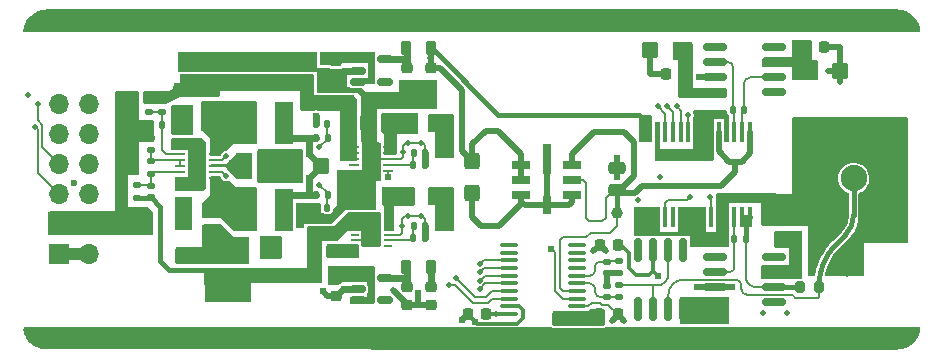
<source format=gbr>
%TF.GenerationSoftware,KiCad,Pcbnew,(6.0.5)*%
%TF.CreationDate,2022-10-08T22:42:16+08:00*%
%TF.ProjectId,LabPrecisionVoltageSource_V1.2,4c616250-7265-4636-9973-696f6e566f6c,rev?*%
%TF.SameCoordinates,Original*%
%TF.FileFunction,Copper,L1,Top*%
%TF.FilePolarity,Positive*%
%FSLAX46Y46*%
G04 Gerber Fmt 4.6, Leading zero omitted, Abs format (unit mm)*
G04 Created by KiCad (PCBNEW (6.0.5)) date 2022-10-08 22:42:16*
%MOMM*%
%LPD*%
G01*
G04 APERTURE LIST*
G04 Aperture macros list*
%AMRoundRect*
0 Rectangle with rounded corners*
0 $1 Rounding radius*
0 $2 $3 $4 $5 $6 $7 $8 $9 X,Y pos of 4 corners*
0 Add a 4 corners polygon primitive as box body*
4,1,4,$2,$3,$4,$5,$6,$7,$8,$9,$2,$3,0*
0 Add four circle primitives for the rounded corners*
1,1,$1+$1,$2,$3*
1,1,$1+$1,$4,$5*
1,1,$1+$1,$6,$7*
1,1,$1+$1,$8,$9*
0 Add four rect primitives between the rounded corners*
20,1,$1+$1,$2,$3,$4,$5,0*
20,1,$1+$1,$4,$5,$6,$7,0*
20,1,$1+$1,$6,$7,$8,$9,0*
20,1,$1+$1,$8,$9,$2,$3,0*%
G04 Aperture macros list end*
%TA.AperFunction,ComponentPad*%
%ADD10C,2.240000*%
%TD*%
%TA.AperFunction,ComponentPad*%
%ADD11C,2.740000*%
%TD*%
%TA.AperFunction,SMDPad,CuDef*%
%ADD12RoundRect,0.225000X0.250000X-0.225000X0.250000X0.225000X-0.250000X0.225000X-0.250000X-0.225000X0*%
%TD*%
%TA.AperFunction,SMDPad,CuDef*%
%ADD13RoundRect,0.218750X-0.218750X-0.381250X0.218750X-0.381250X0.218750X0.381250X-0.218750X0.381250X0*%
%TD*%
%TA.AperFunction,SMDPad,CuDef*%
%ADD14RoundRect,0.150000X0.150000X-0.825000X0.150000X0.825000X-0.150000X0.825000X-0.150000X-0.825000X0*%
%TD*%
%TA.AperFunction,SMDPad,CuDef*%
%ADD15RoundRect,0.150000X-0.512500X-0.150000X0.512500X-0.150000X0.512500X0.150000X-0.512500X0.150000X0*%
%TD*%
%TA.AperFunction,SMDPad,CuDef*%
%ADD16RoundRect,0.225000X0.225000X0.250000X-0.225000X0.250000X-0.225000X-0.250000X0.225000X-0.250000X0*%
%TD*%
%TA.AperFunction,SMDPad,CuDef*%
%ADD17R,0.700000X0.250000*%
%TD*%
%TA.AperFunction,SMDPad,CuDef*%
%ADD18R,1.660000X2.380000*%
%TD*%
%TA.AperFunction,ComponentPad*%
%ADD19R,1.700000X1.700000*%
%TD*%
%TA.AperFunction,ComponentPad*%
%ADD20O,1.700000X1.700000*%
%TD*%
%TA.AperFunction,SMDPad,CuDef*%
%ADD21RoundRect,0.225000X-0.225000X-0.250000X0.225000X-0.250000X0.225000X0.250000X-0.225000X0.250000X0*%
%TD*%
%TA.AperFunction,SMDPad,CuDef*%
%ADD22C,1.000000*%
%TD*%
%TA.AperFunction,SMDPad,CuDef*%
%ADD23RoundRect,0.062500X-0.362500X-0.062500X0.362500X-0.062500X0.362500X0.062500X-0.362500X0.062500X0*%
%TD*%
%TA.AperFunction,SMDPad,CuDef*%
%ADD24R,1.650000X2.380000*%
%TD*%
%TA.AperFunction,SMDPad,CuDef*%
%ADD25RoundRect,0.140000X-0.170000X0.140000X-0.170000X-0.140000X0.170000X-0.140000X0.170000X0.140000X0*%
%TD*%
%TA.AperFunction,SMDPad,CuDef*%
%ADD26RoundRect,0.250000X-0.425000X0.450000X-0.425000X-0.450000X0.425000X-0.450000X0.425000X0.450000X0*%
%TD*%
%TA.AperFunction,SMDPad,CuDef*%
%ADD27RoundRect,0.135000X-0.135000X-0.185000X0.135000X-0.185000X0.135000X0.185000X-0.135000X0.185000X0*%
%TD*%
%TA.AperFunction,SMDPad,CuDef*%
%ADD28RoundRect,0.250000X-0.450000X-0.425000X0.450000X-0.425000X0.450000X0.425000X-0.450000X0.425000X0*%
%TD*%
%TA.AperFunction,SMDPad,CuDef*%
%ADD29R,1.100000X1.100000*%
%TD*%
%TA.AperFunction,SMDPad,CuDef*%
%ADD30RoundRect,0.150000X-0.825000X-0.150000X0.825000X-0.150000X0.825000X0.150000X-0.825000X0.150000X0*%
%TD*%
%TA.AperFunction,SMDPad,CuDef*%
%ADD31RoundRect,0.250000X0.250000X0.475000X-0.250000X0.475000X-0.250000X-0.475000X0.250000X-0.475000X0*%
%TD*%
%TA.AperFunction,SMDPad,CuDef*%
%ADD32R,0.450000X1.750000*%
%TD*%
%TA.AperFunction,SMDPad,CuDef*%
%ADD33R,3.600000X1.500000*%
%TD*%
%TA.AperFunction,SMDPad,CuDef*%
%ADD34R,1.500000X3.600000*%
%TD*%
%TA.AperFunction,SMDPad,CuDef*%
%ADD35RoundRect,0.135000X-0.185000X0.135000X-0.185000X-0.135000X0.185000X-0.135000X0.185000X0.135000X0*%
%TD*%
%TA.AperFunction,SMDPad,CuDef*%
%ADD36RoundRect,0.135000X0.185000X-0.135000X0.185000X0.135000X-0.185000X0.135000X-0.185000X-0.135000X0*%
%TD*%
%TA.AperFunction,SMDPad,CuDef*%
%ADD37RoundRect,0.140000X0.140000X0.170000X-0.140000X0.170000X-0.140000X-0.170000X0.140000X-0.170000X0*%
%TD*%
%TA.AperFunction,SMDPad,CuDef*%
%ADD38RoundRect,0.250000X-0.475000X0.250000X-0.475000X-0.250000X0.475000X-0.250000X0.475000X0.250000X0*%
%TD*%
%TA.AperFunction,SMDPad,CuDef*%
%ADD39RoundRect,0.140000X0.170000X-0.140000X0.170000X0.140000X-0.170000X0.140000X-0.170000X-0.140000X0*%
%TD*%
%TA.AperFunction,SMDPad,CuDef*%
%ADD40RoundRect,0.140000X-0.140000X-0.170000X0.140000X-0.170000X0.140000X0.170000X-0.140000X0.170000X0*%
%TD*%
%TA.AperFunction,SMDPad,CuDef*%
%ADD41RoundRect,0.100000X0.637500X0.100000X-0.637500X0.100000X-0.637500X-0.100000X0.637500X-0.100000X0*%
%TD*%
%TA.AperFunction,SMDPad,CuDef*%
%ADD42RoundRect,0.250000X0.475000X-0.250000X0.475000X0.250000X-0.475000X0.250000X-0.475000X-0.250000X0*%
%TD*%
%TA.AperFunction,SMDPad,CuDef*%
%ADD43RoundRect,0.250000X0.450000X0.425000X-0.450000X0.425000X-0.450000X-0.425000X0.450000X-0.425000X0*%
%TD*%
%TA.AperFunction,SMDPad,CuDef*%
%ADD44RoundRect,0.250000X-0.250000X-0.475000X0.250000X-0.475000X0.250000X0.475000X-0.250000X0.475000X0*%
%TD*%
%TA.AperFunction,SMDPad,CuDef*%
%ADD45RoundRect,0.200000X0.200000X0.275000X-0.200000X0.275000X-0.200000X-0.275000X0.200000X-0.275000X0*%
%TD*%
%TA.AperFunction,SMDPad,CuDef*%
%ADD46RoundRect,0.135000X0.135000X0.185000X-0.135000X0.185000X-0.135000X-0.185000X0.135000X-0.185000X0*%
%TD*%
%TA.AperFunction,SMDPad,CuDef*%
%ADD47R,1.500000X0.700000*%
%TD*%
%TA.AperFunction,SMDPad,CuDef*%
%ADD48R,0.700000X1.500000*%
%TD*%
%TA.AperFunction,SMDPad,CuDef*%
%ADD49R,0.700000X2.500000*%
%TD*%
%TA.AperFunction,ViaPad*%
%ADD50C,0.800000*%
%TD*%
%TA.AperFunction,ViaPad*%
%ADD51C,0.502000*%
%TD*%
%TA.AperFunction,ViaPad*%
%ADD52C,0.603000*%
%TD*%
%TA.AperFunction,ViaPad*%
%ADD53C,0.600000*%
%TD*%
%TA.AperFunction,Conductor*%
%ADD54C,0.200000*%
%TD*%
%TA.AperFunction,Conductor*%
%ADD55C,0.500000*%
%TD*%
%TA.AperFunction,Conductor*%
%ADD56C,0.400000*%
%TD*%
%TA.AperFunction,Conductor*%
%ADD57C,0.300000*%
%TD*%
%TA.AperFunction,Conductor*%
%ADD58C,0.600000*%
%TD*%
%TA.AperFunction,Conductor*%
%ADD59C,1.000000*%
%TD*%
%TA.AperFunction,Conductor*%
%ADD60C,0.150000*%
%TD*%
G04 APERTURE END LIST*
D10*
%TO.P,J101,1,In*%
%TO.N,/ADC/ADC_INPUT*%
X189400000Y-94700000D03*
D11*
%TO.P,J101,2,Ext*%
%TO.N,GND*%
X186860000Y-92160000D03*
X191940000Y-92160000D03*
X186860000Y-97240000D03*
X191940000Y-97240000D03*
%TD*%
D12*
%TO.P,C205,1*%
%TO.N,GND*%
X153571141Y-86950863D03*
%TO.P,C205,2*%
%TO.N,VDDA*%
X153571141Y-85400863D03*
%TD*%
D13*
%TO.P,FB204,1*%
%TO.N,Net-(C220-Pad1)*%
X151708643Y-96238866D03*
%TO.P,FB204,2*%
%TO.N,-15V*%
X153833643Y-96238866D03*
%TD*%
D14*
%TO.P,U501,1,NC*%
%TO.N,unconnected-(U501-Pad1)*%
X171177437Y-105753743D03*
%TO.P,U501,2,-*%
%TO.N,Net-(R501-Pad2)*%
X172447437Y-105753743D03*
%TO.P,U501,3,+*%
%TO.N,/ADC/ADC_INPUT*%
X173717437Y-105753743D03*
%TO.P,U501,4,V-*%
%TO.N,-15V*%
X174987437Y-105753743D03*
%TO.P,U501,5,NC*%
%TO.N,unconnected-(U501-Pad5)*%
X174987437Y-100803743D03*
%TO.P,U501,6*%
%TO.N,Net-(R501-Pad2)*%
X173717437Y-100803743D03*
%TO.P,U501,7,V+*%
%TO.N,+15V*%
X172447437Y-100803743D03*
%TO.P,U501,8,DNC*%
%TO.N,unconnected-(U501-Pad8)*%
X171177437Y-100803743D03*
%TD*%
D13*
%TO.P,FB203,1*%
%TO.N,Net-(C211-Pad2)*%
X151508642Y-102175863D03*
%TO.P,FB203,2*%
%TO.N,VDD*%
X153633642Y-102175863D03*
%TD*%
D15*
%TO.P,U201,1,IN*%
%TO.N,VIN*%
X147433641Y-84625863D03*
%TO.P,U201,2,GND*%
%TO.N,GND*%
X147433641Y-85575863D03*
%TO.P,U201,3,EN*%
%TO.N,VIN*%
X147433641Y-86525863D03*
%TO.P,U201,4,NC*%
%TO.N,unconnected-(U201-Pad4)*%
X149708641Y-86525863D03*
%TO.P,U201,5,OUT*%
%TO.N,Net-(C202-Pad2)*%
X149708641Y-84625863D03*
%TD*%
D16*
%TO.P,C405,1*%
%TO.N,-15V*%
X175046142Y-85875863D03*
%TO.P,C405,2*%
%TO.N,GND*%
X173496142Y-85875863D03*
%TD*%
D17*
%TO.P,U205,1,IN*%
%TO.N,/Power/VNEG*%
X147169142Y-98149864D03*
%TO.P,U205,2,IN*%
X147169142Y-98599864D03*
%TO.P,U205,3,EN/UV*%
X147169142Y-99049864D03*
%TO.P,U205,4,PG*%
%TO.N,unconnected-(U205-Pad4)*%
X147169142Y-99499864D03*
%TO.P,U205,5,PGFB*%
%TO.N,/Power/VNEG*%
X147169142Y-99949864D03*
%TO.P,U205,6,ILIM*%
%TO.N,GND*%
X147169142Y-100399864D03*
%TO.P,U205,7,VIOC*%
%TO.N,unconnected-(U205-Pad7)*%
X149969142Y-100399864D03*
%TO.P,U205,8,SET*%
%TO.N,Net-(C216-Pad1)*%
X149969142Y-99949864D03*
%TO.P,U205,9,GND*%
%TO.N,GND*%
X149969142Y-99499864D03*
%TO.P,U205,10,OUTS*%
%TO.N,Net-(C220-Pad1)*%
X149969142Y-99049864D03*
%TO.P,U205,11,OUT*%
X149969142Y-98599864D03*
%TO.P,U205,12,OUT*%
X149969142Y-98149864D03*
D18*
%TO.P,U205,13,IN*%
%TO.N,/Power/VNEG*%
X148569142Y-99274864D03*
%TD*%
D19*
%TO.P,J102,1,Pin_1*%
%TO.N,VIN*%
X122081141Y-101069677D03*
D20*
%TO.P,J102,2,Pin_2*%
X124621141Y-101069677D03*
%TO.P,J102,3,Pin_3*%
%TO.N,GND*%
X122081141Y-98529677D03*
%TO.P,J102,4,Pin_4*%
X124621141Y-98529677D03*
%TO.P,J102,5,Pin_5*%
%TO.N,/PMOD_SCK*%
X122081141Y-95989677D03*
%TO.P,J102,6,Pin_6*%
%TO.N,unconnected-(J102-Pad6)*%
X124621141Y-95989677D03*
%TO.P,J102,7,Pin_7*%
%TO.N,/PMOD_MISO*%
X122081141Y-93449677D03*
%TO.P,J102,8,Pin_8*%
%TO.N,/ADC/ADC_CLKIN*%
X124621141Y-93449677D03*
%TO.P,J102,9,Pin_9*%
%TO.N,/PMOD_MOSI*%
X122081141Y-90909677D03*
%TO.P,J102,10,Pin_10*%
%TO.N,/PMOD_CS_ADC*%
X124621141Y-90909677D03*
%TO.P,J102,11,Pin_11*%
%TO.N,/PMOD_CS_DAC*%
X122081141Y-88369677D03*
%TO.P,J102,12,Pin_12*%
%TO.N,/ADC/ADC_IRQ*%
X124621141Y-88369677D03*
%TD*%
D21*
%TO.P,C504,1*%
%TO.N,GND*%
X167886671Y-100313456D03*
%TO.P,C504,2*%
%TO.N,+15V*%
X169436671Y-100313456D03*
%TD*%
D22*
%TO.P,TP204,1,1*%
%TO.N,-15V*%
X154771140Y-98325864D03*
%TD*%
D23*
%TO.P,U202,1,IN*%
%TO.N,/Power/VPOS*%
X147104512Y-92075864D03*
%TO.P,U202,2,IN*%
X147104512Y-92575864D03*
%TO.P,U202,3,EN/UV*%
X147104512Y-93075864D03*
%TO.P,U202,4,PG*%
%TO.N,unconnected-(U202-Pad4)*%
X147104512Y-93575864D03*
%TO.P,U202,5,ILIM*%
%TO.N,GND*%
X147104512Y-94075864D03*
%TO.P,U202,6,PGFB*%
%TO.N,/Power/VPOS*%
X150004512Y-94075864D03*
%TO.P,U202,7,SET*%
%TO.N,Net-(C204-Pad1)*%
X150004512Y-93575864D03*
%TO.P,U202,8,GND*%
%TO.N,GND*%
X150004512Y-93075864D03*
%TO.P,U202,9,OUTS*%
%TO.N,Net-(C208-Pad1)*%
X150004512Y-92575864D03*
%TO.P,U202,10,OUT*%
X150004512Y-92075864D03*
D24*
%TO.P,U202,11,GND*%
%TO.N,GND*%
X148554512Y-93075864D03*
%TD*%
D22*
%TO.P,TP301,1,1*%
%TO.N,/Reference/VREF*%
X169321143Y-97625862D03*
%TD*%
D25*
%TO.P,C502,1*%
%TO.N,Net-(C502-Pad1)*%
X168521142Y-101765863D03*
%TO.P,C502,2*%
%TO.N,GND*%
X168521142Y-102725863D03*
%TD*%
D26*
%TO.P,C301,1*%
%TO.N,VDDA*%
X157099142Y-93273865D03*
%TO.P,C301,2*%
%TO.N,GND*%
X157099142Y-95973865D03*
%TD*%
D25*
%TO.P,C213,1*%
%TO.N,GND*%
X129876144Y-91301865D03*
%TO.P,C213,2*%
%TO.N,Net-(C213-Pad2)*%
X129876144Y-92261865D03*
%TD*%
D12*
%TO.P,C202,1*%
%TO.N,GND*%
X151571141Y-86950863D03*
%TO.P,C202,2*%
%TO.N,Net-(C202-Pad2)*%
X151571141Y-85400863D03*
%TD*%
D27*
%TO.P,R202,1*%
%TO.N,VIN*%
X143844144Y-91245863D03*
%TO.P,R202,2*%
%TO.N,Net-(C210-Pad1)*%
X144864144Y-91245863D03*
%TD*%
D12*
%TO.P,C211,1*%
%TO.N,GND*%
X151571141Y-105450864D03*
%TO.P,C211,2*%
%TO.N,Net-(C211-Pad2)*%
X151571141Y-103900864D03*
%TD*%
D28*
%TO.P,C404,1*%
%TO.N,GND*%
X172121141Y-83875863D03*
%TO.P,C404,2*%
%TO.N,-15V*%
X174821141Y-83875863D03*
%TD*%
D29*
%TO.P,D201,1,K*%
%TO.N,/Power/VPOS*%
X134829143Y-87178865D03*
%TO.P,D201,2,A*%
%TO.N,Net-(D201-Pad2)*%
X134829143Y-89978865D03*
%TD*%
D30*
%TO.P,U401,1,BAL*%
%TO.N,unconnected-(U401-Pad1)*%
X177696142Y-83620862D03*
%TO.P,U401,2,-*%
%TO.N,Net-(C406-Pad1)*%
X177696142Y-84890862D03*
%TO.P,U401,3,+*%
%TO.N,GND*%
X177696142Y-86160862D03*
%TO.P,U401,4,V-*%
%TO.N,-15V*%
X177696142Y-87430862D03*
%TO.P,U401,5,COMP*%
%TO.N,unconnected-(U401-Pad5)*%
X182646142Y-87430862D03*
%TO.P,U401,6*%
%TO.N,Net-(C406-Pad2)*%
X182646142Y-86160862D03*
%TO.P,U401,7,V+*%
%TO.N,+15V*%
X182646142Y-84890862D03*
%TO.P,U401,8,C/B*%
%TO.N,unconnected-(U401-Pad8)*%
X182646142Y-83620862D03*
%TD*%
D31*
%TO.P,C220,1*%
%TO.N,Net-(C220-Pad1)*%
X149935770Y-96188864D03*
%TO.P,C220,2*%
%TO.N,GND*%
X148035770Y-96188864D03*
%TD*%
D32*
%TO.P,U402,1,R_{OFS}*%
%TO.N,/Reference/VREF*%
X180607439Y-90786142D03*
%TO.P,U402,2,REF*%
%TO.N,Net-(C406-Pad2)*%
X179957439Y-90786142D03*
%TO.P,U402,3,R_{COM}*%
%TO.N,Net-(C406-Pad1)*%
X179307439Y-90786142D03*
%TO.P,U402,4,GE_{ADJ}*%
%TO.N,GND*%
X178657439Y-90786142D03*
%TO.P,U402,5,R_{IN}*%
%TO.N,/Reference/VREF*%
X178007439Y-90786142D03*
%TO.P,U402,6,GND*%
%TO.N,GND*%
X177357439Y-90786142D03*
%TO.P,U402,7,I_{OUT2}*%
X176707439Y-90786142D03*
%TO.P,U402,8,GND*%
X176057439Y-90786142D03*
%TO.P,U402,9,~{CS}/LD*%
%TO.N,/PMOD_CS_DAC*%
X175407439Y-90786142D03*
%TO.P,U402,10,SDI*%
%TO.N,/PMOD_MOSI*%
X174757439Y-90786142D03*
%TO.P,U402,11,SCK*%
%TO.N,/PMOD_SCK*%
X174107439Y-90786142D03*
%TO.P,U402,12,SDO*%
%TO.N,/PMOD_MISO*%
X173457439Y-90786142D03*
%TO.P,U402,13,GND*%
%TO.N,GND*%
X172807439Y-90786142D03*
%TO.P,U402,14,V_{DD}*%
%TO.N,VDDA*%
X172157439Y-90786142D03*
%TO.P,U402,15,GND*%
%TO.N,GND*%
X172157439Y-97986142D03*
%TO.P,U402,16,GND*%
X172807439Y-97986142D03*
%TO.P,U402,17,~{CLR}*%
%TO.N,Net-(R401-Pad1)*%
X173457439Y-97986142D03*
%TO.P,U402,18,~{RFLAG}*%
%TO.N,unconnected-(U402-Pad18)*%
X174107439Y-97986142D03*
%TO.P,U402,19,M-SPAN*%
%TO.N,GND*%
X174757439Y-97986142D03*
%TO.P,U402,20,S0*%
X175407439Y-97986142D03*
%TO.P,U402,21,S1*%
X176057439Y-97986142D03*
%TO.P,U402,22,S2*%
X176707439Y-97986142D03*
%TO.P,U402,23,~{LDAC}*%
%TO.N,Net-(R402-Pad1)*%
X177357439Y-97986142D03*
%TO.P,U402,24,GND*%
%TO.N,GND*%
X178007439Y-97986142D03*
%TO.P,U402,25,V_{OSADJ}*%
X178657439Y-97986142D03*
%TO.P,U402,26,I_{OUT1}*%
%TO.N,Net-(C410-Pad2)*%
X179307439Y-97986142D03*
%TO.P,U402,27,R_{FB}*%
%TO.N,Net-(C410-Pad1)*%
X179957439Y-97986142D03*
%TO.P,U402,28,R_{FB}*%
X180607439Y-97986142D03*
%TD*%
D33*
%TO.P,L203,1*%
%TO.N,Net-(C217-Pad1)*%
X136353141Y-101150863D03*
%TO.P,L203,2*%
%TO.N,/Power/VNEG*%
X136353141Y-104200863D03*
%TD*%
D22*
%TO.P,TP201,1,1*%
%TO.N,/Power/VPOS*%
X144471144Y-88275862D03*
%TD*%
D23*
%TO.P,U204,1,FB1N*%
%TO.N,Net-(C212-Pad2)*%
X132363143Y-92658865D03*
%TO.P,U204,2,FB1P*%
%TO.N,Net-(C213-Pad2)*%
X132363143Y-93158865D03*
%TO.P,U204,3,VREF*%
X132363143Y-93658865D03*
%TO.P,U204,4,FB2P*%
%TO.N,Net-(C218-Pad2)*%
X132363143Y-94158865D03*
%TO.P,U204,5,FB2N*%
%TO.N,GND*%
X132363143Y-94658865D03*
%TO.P,U204,6,SW2*%
%TO.N,Net-(C217-Pad2)*%
X135263143Y-94658865D03*
%TO.P,U204,7,~{SHDN}/SS2*%
%TO.N,Net-(C215-Pad1)*%
X135263143Y-94158865D03*
%TO.P,U204,8,VIN*%
%TO.N,VIN*%
X135263143Y-93658865D03*
%TO.P,U204,9,~{SHDN}/SS1*%
%TO.N,Net-(C210-Pad1)*%
X135263143Y-93158865D03*
%TO.P,U204,10,SW1*%
%TO.N,Net-(D201-Pad2)*%
X135263143Y-92658865D03*
D24*
%TO.P,U204,11,GND*%
%TO.N,GND*%
X133813143Y-93658865D03*
%TD*%
D34*
%TO.P,L202,1*%
%TO.N,VIN*%
X141180141Y-97341863D03*
%TO.P,L202,2*%
%TO.N,Net-(C217-Pad2)*%
X138130141Y-97341863D03*
%TD*%
D22*
%TO.P,TP203,1,1*%
%TO.N,/Power/VNEG*%
X143571142Y-102775865D03*
%TD*%
D35*
%TO.P,R207,1*%
%TO.N,Net-(C218-Pad2)*%
X128733142Y-95307865D03*
%TO.P,R207,2*%
%TO.N,/Power/VNEG*%
X128733142Y-96327865D03*
%TD*%
D36*
%TO.P,R204,1*%
%TO.N,Net-(C212-Pad2)*%
X129714641Y-89075864D03*
%TO.P,R204,2*%
%TO.N,/Power/VPOS*%
X129714641Y-88055864D03*
%TD*%
D37*
%TO.P,C215,1*%
%TO.N,Net-(C215-Pad1)*%
X144834142Y-97214861D03*
%TO.P,C215,2*%
%TO.N,GND*%
X143874142Y-97214861D03*
%TD*%
D31*
%TO.P,C208,1*%
%TO.N,Net-(C208-Pad1)*%
X150012512Y-90027862D03*
%TO.P,C208,2*%
%TO.N,GND*%
X148112512Y-90027862D03*
%TD*%
D38*
%TO.P,C209,1*%
%TO.N,/Power/VPOS*%
X132543141Y-87120863D03*
%TO.P,C209,2*%
%TO.N,GND*%
X132543141Y-89020863D03*
%TD*%
D39*
%TO.P,C218,1*%
%TO.N,/Power/VNEG*%
X129876144Y-96297865D03*
%TO.P,C218,2*%
%TO.N,Net-(C218-Pad2)*%
X129876144Y-95337865D03*
%TD*%
D12*
%TO.P,C409,1*%
%TO.N,+15V*%
X183171142Y-99650863D03*
%TO.P,C409,2*%
%TO.N,GND*%
X183171142Y-98100863D03*
%TD*%
D13*
%TO.P,FB202,1*%
%TO.N,Net-(C208-Pad1)*%
X151708640Y-90027862D03*
%TO.P,FB202,2*%
%TO.N,+15V*%
X153833640Y-90027862D03*
%TD*%
D40*
%TO.P,C216,1*%
%TO.N,Net-(C216-Pad1)*%
X152153140Y-98766865D03*
%TO.P,C216,2*%
%TO.N,GND*%
X153113140Y-98766865D03*
%TD*%
D22*
%TO.P,TP202,1,1*%
%TO.N,+15V*%
X154771140Y-92175865D03*
%TD*%
D41*
%TO.P,U502,1,A_{VDD}*%
%TO.N,VDDA*%
X165933642Y-106200863D03*
%TO.P,U502,2,A_{GND}*%
%TO.N,GND*%
X165933642Y-105550863D03*
%TO.P,U502,3,REFIN-*%
X165933642Y-104900863D03*
%TO.P,U502,4,REFIN+*%
%TO.N,/Reference/VREF*%
X165933642Y-104250863D03*
%TO.P,U502,5,CH0*%
%TO.N,Net-(C501-Pad1)*%
X165933642Y-103600863D03*
%TO.P,U502,6,CH1*%
%TO.N,Net-(C502-Pad1)*%
X165933642Y-102950863D03*
%TO.P,U502,7,NC*%
%TO.N,unconnected-(U502-Pad7)*%
X165933642Y-102300863D03*
%TO.P,U502,8,NC*%
%TO.N,unconnected-(U502-Pad8)*%
X165933642Y-101650863D03*
%TO.P,U502,9,NC*%
%TO.N,unconnected-(U502-Pad9)*%
X165933642Y-101000863D03*
%TO.P,U502,10,NC*%
%TO.N,unconnected-(U502-Pad10)*%
X165933642Y-100350863D03*
%TO.P,U502,11,NC*%
%TO.N,unconnected-(U502-Pad11)*%
X160208642Y-100350863D03*
%TO.P,U502,12,NC*%
%TO.N,unconnected-(U502-Pad12)*%
X160208642Y-101000863D03*
%TO.P,U502,13,~{CS}*%
%TO.N,/PMOD_CS_ADC*%
X160208642Y-101650863D03*
%TO.P,U502,14,SCK*%
%TO.N,/PMOD_SCK*%
X160208642Y-102300863D03*
%TO.P,U502,15,SDI*%
%TO.N,/PMOD_MOSI*%
X160208642Y-102950863D03*
%TO.P,U502,16,SDO*%
%TO.N,/PMOD_MISO*%
X160208642Y-103600863D03*
%TO.P,U502,17,~{IRQ}/MDAT*%
%TO.N,/ADC/ADC_IRQ*%
X160208642Y-104250863D03*
%TO.P,U502,18,MCLKIN*%
%TO.N,/ADC/ADC_CLKIN*%
X160208642Y-104900863D03*
%TO.P,U502,19,D_{GND}*%
%TO.N,GND*%
X160208642Y-105550863D03*
%TO.P,U502,20,D_{VDD}*%
%TO.N,VDD*%
X160208642Y-106200863D03*
%TD*%
D40*
%TO.P,C204,1*%
%TO.N,Net-(C204-Pad1)*%
X152138514Y-92567866D03*
%TO.P,C204,2*%
%TO.N,GND*%
X153098514Y-92567866D03*
%TD*%
D27*
%TO.P,R203,1*%
%TO.N,GND*%
X129839639Y-90216865D03*
%TO.P,R203,2*%
%TO.N,Net-(C212-Pad2)*%
X130859639Y-90216865D03*
%TD*%
D37*
%TO.P,C210,1*%
%TO.N,Net-(C210-Pad1)*%
X144834144Y-90102864D03*
%TO.P,C210,2*%
%TO.N,GND*%
X143874144Y-90102864D03*
%TD*%
D40*
%TO.P,C406,1*%
%TO.N,Net-(C406-Pad1)*%
X179141140Y-88925864D03*
%TO.P,C406,2*%
%TO.N,Net-(C406-Pad2)*%
X180101140Y-88925864D03*
%TD*%
D21*
%TO.P,C507,1*%
%TO.N,GND*%
X156726643Y-106220363D03*
%TO.P,C507,2*%
%TO.N,VDD*%
X158276643Y-106220363D03*
%TD*%
D35*
%TO.P,R502,1*%
%TO.N,Net-(C502-Pad1)*%
X169537141Y-101735863D03*
%TO.P,R502,2*%
%TO.N,GND*%
X169537141Y-102755863D03*
%TD*%
D38*
%TO.P,C219,1*%
%TO.N,GND*%
X139909140Y-100963865D03*
%TO.P,C219,2*%
%TO.N,/Power/VNEG*%
X139909140Y-102863865D03*
%TD*%
D30*
%TO.P,U403,1,NC*%
%TO.N,unconnected-(U403-Pad1)*%
X177696142Y-101370863D03*
%TO.P,U403,2,-*%
%TO.N,Net-(C410-Pad2)*%
X177696142Y-102640863D03*
%TO.P,U403,3,+*%
%TO.N,GND*%
X177696142Y-103910863D03*
%TO.P,U403,4,V-*%
%TO.N,-15V*%
X177696142Y-105180863D03*
%TO.P,U403,5,NC*%
%TO.N,unconnected-(U403-Pad5)*%
X182646142Y-105180863D03*
%TO.P,U403,6*%
%TO.N,Net-(C410-Pad1)*%
X182646142Y-103910863D03*
%TO.P,U403,7,V+*%
%TO.N,+15V*%
X182646142Y-102640863D03*
%TO.P,U403,8,DNC*%
%TO.N,unconnected-(U403-Pad8)*%
X182646142Y-101370863D03*
%TD*%
D42*
%TO.P,C303,1*%
%TO.N,/Reference/VREF*%
X169321144Y-95725864D03*
%TO.P,C303,2*%
%TO.N,GND*%
X169321144Y-93825864D03*
%TD*%
D37*
%TO.P,C410,1*%
%TO.N,Net-(C410-Pad1)*%
X180262436Y-99825865D03*
%TO.P,C410,2*%
%TO.N,Net-(C410-Pad2)*%
X179302436Y-99825865D03*
%TD*%
D13*
%TO.P,FB201,1*%
%TO.N,Net-(C202-Pad2)*%
X151508642Y-83675865D03*
%TO.P,FB201,2*%
%TO.N,VDDA*%
X153633642Y-83675865D03*
%TD*%
D21*
%TO.P,C408,1*%
%TO.N,+15V*%
X185296139Y-83575863D03*
%TO.P,C408,2*%
%TO.N,GND*%
X186846139Y-83575863D03*
%TD*%
D43*
%TO.P,C206,1*%
%TO.N,VIN*%
X144307141Y-93658865D03*
%TO.P,C206,2*%
%TO.N,GND*%
X141607141Y-93658865D03*
%TD*%
D44*
%TO.P,C203,1*%
%TO.N,VIN*%
X137882142Y-93658861D03*
%TO.P,C203,2*%
%TO.N,GND*%
X139782142Y-93658861D03*
%TD*%
D12*
%TO.P,C207,1*%
%TO.N,GND*%
X145571142Y-104650863D03*
%TO.P,C207,2*%
%TO.N,VIN*%
X145571142Y-103100863D03*
%TD*%
D42*
%TO.P,C217,1*%
%TO.N,Net-(C217-Pad1)*%
X135083140Y-99180864D03*
%TO.P,C217,2*%
%TO.N,Net-(C217-Pad2)*%
X135083140Y-97280864D03*
%TD*%
D45*
%TO.P,R403,1*%
%TO.N,/ADC/ADC_INPUT*%
X186476641Y-103910364D03*
%TO.P,R403,2*%
%TO.N,Net-(C410-Pad1)*%
X184826641Y-103910364D03*
%TD*%
D46*
%TO.P,R205,1*%
%TO.N,GND*%
X153143140Y-99782863D03*
%TO.P,R205,2*%
%TO.N,Net-(C216-Pad1)*%
X152123140Y-99782863D03*
%TD*%
%TO.P,R206,1*%
%TO.N,Net-(C215-Pad1)*%
X144866141Y-96071864D03*
%TO.P,R206,2*%
%TO.N,VIN*%
X143846141Y-96071864D03*
%TD*%
D29*
%TO.P,D202,1,K*%
%TO.N,GND*%
X132670142Y-98481866D03*
%TO.P,D202,2,A*%
%TO.N,Net-(C217-Pad1)*%
X132670142Y-101281866D03*
%TD*%
D35*
%TO.P,R208,1*%
%TO.N,Net-(C213-Pad2)*%
X129876144Y-93275865D03*
%TO.P,R208,2*%
%TO.N,Net-(C218-Pad2)*%
X129876144Y-94295865D03*
%TD*%
D47*
%TO.P,U301,1,~{SHDN}*%
%TO.N,VDDA*%
X161271143Y-93575862D03*
%TO.P,U301,2,V_{IN}*%
X161271143Y-94825862D03*
%TO.P,U301,3,GND*%
%TO.N,GND*%
X161271143Y-96075862D03*
D48*
%TO.P,U301,4,GND*%
X163421143Y-96975862D03*
D47*
%TO.P,U301,5,GND*%
X165571143Y-96075862D03*
%TO.P,U301,6,V_{OUT_S}*%
%TO.N,/Reference/VREF*%
X165571143Y-94825862D03*
%TO.P,U301,7,V_{OUT_F}*%
X165571143Y-93575862D03*
D49*
%TO.P,U301,8,GND*%
%TO.N,GND*%
X163421143Y-93075862D03*
%TD*%
D39*
%TO.P,C501,1*%
%TO.N,Net-(C501-Pad1)*%
X168521142Y-104757863D03*
%TO.P,C501,2*%
%TO.N,GND*%
X168521142Y-103797863D03*
%TD*%
D15*
%TO.P,U203,1,IN*%
%TO.N,VIN*%
X147433641Y-103125863D03*
%TO.P,U203,2,GND*%
%TO.N,GND*%
X147433641Y-104075863D03*
%TO.P,U203,3,EN*%
%TO.N,VIN*%
X147433641Y-105025863D03*
%TO.P,U203,4,NC*%
%TO.N,unconnected-(U203-Pad4)*%
X149708641Y-105025863D03*
%TO.P,U203,5,OUT*%
%TO.N,Net-(C211-Pad2)*%
X149708641Y-103125863D03*
%TD*%
D46*
%TO.P,R201,1*%
%TO.N,GND*%
X153128511Y-93583863D03*
%TO.P,R201,2*%
%TO.N,Net-(C204-Pad1)*%
X152108511Y-93583863D03*
%TD*%
D12*
%TO.P,C214,1*%
%TO.N,GND*%
X153571141Y-105450863D03*
%TO.P,C214,2*%
%TO.N,VDD*%
X153571141Y-103900863D03*
%TD*%
D28*
%TO.P,C403,1*%
%TO.N,+15V*%
X185521142Y-85575863D03*
%TO.P,C403,2*%
%TO.N,GND*%
X188221142Y-85575863D03*
%TD*%
D36*
%TO.P,R501,1*%
%TO.N,Net-(C501-Pad1)*%
X169537139Y-104787863D03*
%TO.P,R501,2*%
%TO.N,Net-(R501-Pad2)*%
X169537139Y-103767863D03*
%TD*%
D34*
%TO.P,L201,1*%
%TO.N,Net-(D201-Pad2)*%
X138130141Y-89975864D03*
%TO.P,L201,2*%
%TO.N,VIN*%
X141180141Y-89975864D03*
%TD*%
D25*
%TO.P,C212,1*%
%TO.N,/Power/VPOS*%
X130857641Y-88085864D03*
%TO.P,C212,2*%
%TO.N,Net-(C212-Pad2)*%
X130857641Y-89045864D03*
%TD*%
D12*
%TO.P,C201,1*%
%TO.N,GND*%
X145571142Y-86350863D03*
%TO.P,C201,2*%
%TO.N,VIN*%
X145571142Y-84800863D03*
%TD*%
D21*
%TO.P,C505,1*%
%TO.N,VDDA*%
X167876642Y-106220363D03*
%TO.P,C505,2*%
%TO.N,GND*%
X169426642Y-106220363D03*
%TD*%
D50*
%TO.N,GND*%
X185800000Y-94700000D03*
X190300000Y-99300000D03*
X186600000Y-99600000D03*
X192700000Y-99400000D03*
D51*
%TO.N,VDD*%
X159074263Y-106200862D03*
X153633642Y-103091485D03*
%TO.N,GND*%
X149961670Y-87713456D03*
D50*
X145700000Y-81700000D03*
X122809000Y-107950000D03*
D51*
X169961669Y-106763455D03*
D50*
X191420000Y-81700000D03*
D51*
X146311671Y-100613456D03*
X151624261Y-97900865D03*
X133761669Y-84263455D03*
D52*
X133421141Y-93625861D03*
D51*
X171161671Y-97413457D03*
D52*
X156261671Y-106663457D03*
D50*
X148240000Y-81700000D03*
D52*
X133421139Y-92875863D03*
D50*
X140589000Y-107950000D03*
X168529000Y-107950000D03*
D52*
X134171141Y-92875864D03*
X133421141Y-94375860D03*
D50*
X163480000Y-81700000D03*
D51*
X179261671Y-96363455D03*
X151649263Y-91675864D03*
D50*
X186309000Y-107950000D03*
D52*
X133000000Y-89900000D03*
X164299264Y-96975864D03*
D51*
X168911672Y-106763455D03*
D50*
X125380000Y-81700000D03*
D51*
X178311671Y-100113456D03*
D50*
X176149000Y-107950000D03*
X138049000Y-107950000D03*
D51*
X150361671Y-104163456D03*
D50*
X127800000Y-89800000D03*
D51*
X134361671Y-85313456D03*
D52*
X134100000Y-91800000D03*
X153128512Y-93065864D03*
D50*
X181229000Y-107950000D03*
X188849000Y-107950000D03*
D51*
X151411668Y-87813455D03*
X148361669Y-91213455D03*
D50*
X145669000Y-107950000D03*
D52*
X179111671Y-103913457D03*
D51*
X168411671Y-100863455D03*
D52*
X163811670Y-100663457D03*
D51*
X188861668Y-100863457D03*
D50*
X168560000Y-81700000D03*
D51*
X171161670Y-96563457D03*
X172121142Y-85553985D03*
X146161671Y-87163455D03*
X178061670Y-89313457D03*
X169069265Y-102755863D03*
X152561671Y-86913456D03*
D50*
X143160000Y-81700000D03*
D51*
X189911670Y-101813455D03*
X168521142Y-103253985D03*
X180661669Y-96363455D03*
D50*
X188880000Y-81700000D03*
D52*
X142221143Y-92675865D03*
X157353139Y-106846861D03*
X140421142Y-92675860D03*
X132300000Y-97400000D03*
D51*
X176261670Y-89313457D03*
D52*
X144721141Y-86350864D03*
D50*
X120269000Y-107950000D03*
D52*
X134171141Y-93625862D03*
D51*
X176261670Y-92213457D03*
D50*
X127400000Y-95800000D03*
X160940000Y-81700000D03*
D51*
X172661672Y-99313455D03*
X177061671Y-92213456D03*
D50*
X140500000Y-100000000D03*
D52*
X142221143Y-94675862D03*
D50*
X127920000Y-81700000D03*
X120300000Y-81700000D03*
D52*
X146326642Y-85595363D03*
D50*
X186340000Y-81700000D03*
D51*
X148061671Y-88763455D03*
D50*
X135509000Y-107950000D03*
D51*
X158511672Y-98713456D03*
D52*
X162549263Y-96975865D03*
X132300000Y-96600000D03*
D51*
X182111672Y-98113457D03*
D52*
X132600000Y-91800000D03*
D51*
X172986669Y-94588455D03*
D52*
X169321142Y-94603984D03*
X176114263Y-103910861D03*
D51*
X152749263Y-91675864D03*
X152611670Y-88013456D03*
D52*
X149018511Y-93075864D03*
D51*
X181761669Y-106063456D03*
D50*
X153289000Y-107950000D03*
X183769000Y-107950000D03*
D51*
X138961670Y-84313456D03*
D50*
X178689000Y-107950000D03*
D52*
X134171141Y-94375862D03*
X144461671Y-104263456D03*
D51*
X147111671Y-100963457D03*
X174861668Y-99313455D03*
D50*
X158369000Y-107950000D03*
D51*
X148711669Y-97063457D03*
D50*
X176180000Y-81700000D03*
D51*
X177161670Y-89313457D03*
D50*
X181260000Y-81700000D03*
D51*
X147361670Y-97113457D03*
D52*
X149006513Y-93887863D03*
D50*
X122840000Y-81700000D03*
D51*
X188221141Y-86553986D03*
D50*
X153320000Y-81700000D03*
X132969000Y-107950000D03*
D51*
X145811670Y-97413457D03*
D50*
X148209000Y-107950000D03*
D51*
X178311670Y-99313454D03*
X152724265Y-97900863D03*
X178311671Y-96713456D03*
X182061671Y-96363455D03*
D50*
X143129000Y-107950000D03*
X166020000Y-81700000D03*
X171100000Y-81700000D03*
D51*
X188221141Y-84603985D03*
D50*
X160909000Y-107950000D03*
D51*
X138261671Y-85313455D03*
D50*
X150749000Y-107950000D03*
D52*
X139471142Y-94675862D03*
D50*
X191389000Y-107950000D03*
D51*
X157686670Y-98538456D03*
D50*
X173609000Y-107950000D03*
D51*
X183761671Y-106063456D03*
D50*
X171069000Y-107950000D03*
X129100000Y-90800000D03*
D51*
X174661670Y-92663456D03*
D50*
X163449000Y-107950000D03*
X193929000Y-107950000D03*
D51*
X172121140Y-84853984D03*
X183161671Y-97063457D03*
D50*
X130460000Y-81700000D03*
D51*
X137561670Y-84263456D03*
X135611671Y-85313455D03*
X145461670Y-100963457D03*
D52*
X139471141Y-92675865D03*
D51*
X177561669Y-99763455D03*
D50*
X155829000Y-107950000D03*
D51*
X151271141Y-92453984D03*
X150911671Y-88563455D03*
X171161670Y-98413456D03*
D50*
X183800000Y-81700000D03*
D52*
X141321141Y-92675862D03*
D51*
X148411670Y-87713456D03*
X142511670Y-98313457D03*
D50*
X158400000Y-81700000D03*
D51*
X149211670Y-88463456D03*
D52*
X133100000Y-96600000D03*
X132100000Y-89900000D03*
X146249265Y-104075861D03*
X132550000Y-90650000D03*
D51*
X146111670Y-95013456D03*
X146461670Y-96063454D03*
X187599265Y-83575861D03*
X144861670Y-98163457D03*
D50*
X125349000Y-107950000D03*
D52*
X169321142Y-92972930D03*
D51*
X188221141Y-83903986D03*
D50*
X165989000Y-107950000D03*
D52*
X140421140Y-94675864D03*
X132600000Y-95300000D03*
D50*
X139600000Y-100000000D03*
X127889000Y-107950000D03*
D51*
X176461671Y-99313455D03*
D52*
X143874141Y-97872863D03*
D51*
X148661671Y-95263455D03*
X136261669Y-84263456D03*
D50*
X150780000Y-81700000D03*
X178720000Y-81700000D03*
D51*
X153711671Y-88413455D03*
D52*
X141321140Y-94675862D03*
D51*
X135011671Y-84263456D03*
X132611670Y-84263456D03*
X171611668Y-99313455D03*
D52*
X173600000Y-92700000D03*
D50*
X129300000Y-98500000D03*
D51*
X136961671Y-85313457D03*
D52*
X134100000Y-95300000D03*
X149006511Y-92287862D03*
D51*
X147361670Y-95263457D03*
X175661670Y-99313455D03*
X142861670Y-97413457D03*
X172749265Y-85875863D03*
D50*
X193900000Y-81700000D03*
X127800000Y-92000000D03*
D52*
X148106514Y-92287862D03*
X143874141Y-89428861D03*
D50*
X133000000Y-81700000D03*
D52*
X148106513Y-93037862D03*
X152549077Y-104376051D03*
D50*
X127400000Y-98500000D03*
D51*
X133161671Y-85313456D03*
D52*
X148106513Y-93887865D03*
D51*
X151185770Y-98739355D03*
D50*
X135540000Y-81700000D03*
D52*
X153143143Y-99278862D03*
D50*
X155860000Y-81700000D03*
X127800000Y-93800000D03*
D51*
X188861670Y-102763456D03*
X176061672Y-100063455D03*
D50*
X140620000Y-81700000D03*
D51*
X167361669Y-100863456D03*
D52*
X175700000Y-92700000D03*
X176311669Y-86163456D03*
D50*
X130429000Y-107950000D03*
X138080000Y-81700000D03*
X173640000Y-81700000D03*
X127800000Y-88000000D03*
D51*
X187224076Y-85575863D03*
D52*
%TO.N,+15V*%
X184461670Y-100663457D03*
X155061669Y-90763457D03*
X184461670Y-102763456D03*
X184461671Y-85963455D03*
X184461670Y-85063456D03*
X184461671Y-101763455D03*
X155061671Y-89863456D03*
X172861671Y-102963456D03*
X184461670Y-99663456D03*
X184461671Y-84063455D03*
%TO.N,-15V*%
X176961669Y-106263455D03*
X175161670Y-84963457D03*
X175461670Y-87463458D03*
X178061670Y-106263457D03*
X175161670Y-86663457D03*
X155061671Y-96063454D03*
X176361670Y-87463457D03*
X155061669Y-96963457D03*
D51*
%TO.N,Net-(C215-Pad1)*%
X144171140Y-95275864D03*
X136271140Y-94475864D03*
%TO.N,VDDA*%
X171611671Y-89713456D03*
X165211670Y-106713457D03*
X153561670Y-84513457D03*
X171611668Y-90463455D03*
D52*
X161271143Y-94203985D03*
D51*
X164311670Y-106713457D03*
X166111670Y-106713457D03*
X171611671Y-91213457D03*
X167011669Y-106713457D03*
D52*
X161271143Y-92853985D03*
%TO.N,VIN*%
X143296143Y-94675862D03*
D51*
X137321142Y-94475864D03*
X137321142Y-92825865D03*
D52*
X146411672Y-84563455D03*
X142376141Y-91245863D03*
X142300144Y-96071864D03*
X146401641Y-102945364D03*
X143276141Y-91245863D03*
X147451641Y-102470363D03*
X148461668Y-84563455D03*
D51*
X137271141Y-93675863D03*
X138121142Y-94475864D03*
D52*
X143150142Y-96071862D03*
X136621140Y-93675862D03*
X143296144Y-92650863D03*
X148451640Y-102920365D03*
D51*
X138121142Y-92825865D03*
D52*
X144536671Y-84563455D03*
%TO.N,/Power/VPOS*%
X146211669Y-92863456D03*
X150004510Y-94581297D03*
D51*
%TO.N,Net-(C210-Pad1)*%
X144121141Y-92075863D03*
X136271142Y-92825865D03*
%TO.N,/ADC/ADC_CLKIN*%
X155161670Y-103713457D03*
%TO.N,/ADC/ADC_IRQ*%
X155711670Y-103113456D03*
%TO.N,Net-(R401-Pad1)*%
X175561671Y-96263456D03*
%TO.N,Net-(R402-Pad1)*%
X177211670Y-96263457D03*
%TO.N,/PMOD_CS_DAC*%
X175407439Y-89367688D03*
%TO.N,/PMOD_MOSI*%
X174411670Y-88613454D03*
X157761670Y-103363455D03*
X119461669Y-87650000D03*
%TO.N,/PMOD_MISO*%
X157761670Y-104063457D03*
X172811671Y-88613456D03*
X120311670Y-88413457D03*
%TO.N,/PMOD_SCK*%
X120085336Y-90314663D03*
X173611670Y-88613456D03*
X157761670Y-102663456D03*
%TO.N,/PMOD_CS_ADC*%
X157761670Y-101963455D03*
D53*
X123400000Y-95100000D03*
%TD*%
D54*
%TO.N,/Reference/VREF*%
X166711669Y-95063455D02*
X166711669Y-98077460D01*
X165571144Y-94825862D02*
X166474076Y-94825862D01*
X166474076Y-94825862D02*
X166711669Y-95063455D01*
X166711669Y-98077460D02*
X166983679Y-98349470D01*
X166983679Y-98349470D02*
X168099544Y-98349470D01*
X168099544Y-98349470D02*
X168105524Y-98343490D01*
X168109514Y-98340486D02*
G75*
G03*
X168105524Y-98343490I469686J-628014D01*
G01*
X168109514Y-98340486D02*
X168400000Y-98050000D01*
X168449995Y-97929290D02*
G75*
G02*
X168400000Y-98050000I-170695J-10D01*
G01*
X168450000Y-97929290D02*
X168450000Y-96650000D01*
X168451159Y-96631078D02*
G75*
G02*
X168450000Y-96650000I-4262159J251578D01*
G01*
X168451159Y-96631078D02*
X168451159Y-96398841D01*
X168451159Y-96398841D02*
X169124136Y-95725864D01*
X169124136Y-95725864D02*
X169321144Y-95725864D01*
D55*
X170850000Y-95950000D02*
X169700000Y-95950000D01*
X178161672Y-95363454D02*
X171436546Y-95363454D01*
X171436546Y-95363454D02*
X170850000Y-95950000D01*
X179361670Y-94163457D02*
X178161672Y-95363454D01*
X179361670Y-93280932D02*
X179361670Y-94163457D01*
X169574136Y-95725864D02*
X169321144Y-95725864D01*
X170761669Y-94538331D02*
X169574136Y-95725864D01*
X167436543Y-90763457D02*
X169911668Y-90763457D01*
X169911668Y-90763457D02*
X170761669Y-91613457D01*
X165571142Y-92628858D02*
X167436543Y-90763457D01*
X165571142Y-93575864D02*
X165571142Y-92628858D01*
X170761669Y-91613457D02*
X170761669Y-94538331D01*
D56*
%TO.N,/ADC/ADC_INPUT*%
X186476638Y-103736292D02*
G75*
G02*
X187900000Y-100300000I4859662J-8D01*
G01*
X186476641Y-103736292D02*
X186476641Y-103910364D01*
X188692893Y-99507107D02*
X187900000Y-100300000D01*
X188692890Y-99507104D02*
G75*
G03*
X189400000Y-97800000I-1707090J1707104D01*
G01*
X189400000Y-94700000D02*
X189400000Y-97800000D01*
D57*
%TO.N,VDD*%
X160208640Y-106200861D02*
X159074263Y-106200862D01*
D58*
X153633640Y-103838365D02*
X153571141Y-103900864D01*
X153633642Y-103091485D02*
X153633640Y-103838365D01*
D57*
X158296141Y-106200861D02*
X158276641Y-106220363D01*
D58*
X153633640Y-102175865D02*
X153633642Y-103091485D01*
D57*
X159074263Y-106200862D02*
X158296141Y-106200861D01*
D54*
%TO.N,GND*%
X168111669Y-105413456D02*
X168619736Y-105413456D01*
D55*
X177696140Y-103910862D02*
X176114263Y-103910861D01*
X176311669Y-86163456D02*
X176314266Y-86160861D01*
X163421142Y-93075864D02*
X163421142Y-96975864D01*
D54*
X147894513Y-94075865D02*
X148106513Y-93887865D01*
X133108141Y-94658864D02*
X133111142Y-94655863D01*
X164111672Y-104213457D02*
X164111672Y-100963457D01*
D55*
X187599265Y-83575861D02*
X187649264Y-83575862D01*
D58*
X146146140Y-104075863D02*
X145571142Y-104650861D01*
D55*
X151571141Y-105372928D02*
X150361671Y-104163456D01*
X144849075Y-104650861D02*
X144461671Y-104263456D01*
X167886669Y-100313457D02*
X167886670Y-100338456D01*
X151571141Y-105450862D02*
X151571141Y-105372928D01*
D58*
X153128514Y-93583866D02*
X153128512Y-93065864D01*
D54*
X149969141Y-99499865D02*
X150974770Y-99499865D01*
D55*
X159411671Y-98713456D02*
X161311672Y-96813455D01*
D54*
X147104513Y-94075865D02*
X147894513Y-94075865D01*
D57*
X161049076Y-105550863D02*
X161361668Y-105863456D01*
D55*
X168521142Y-103253985D02*
X168521141Y-102725862D01*
D54*
X150974770Y-99499865D02*
X151185770Y-99288864D01*
D55*
X169426643Y-106248484D02*
X168911672Y-106763455D01*
D54*
X149018511Y-93075864D02*
X148554512Y-93075864D01*
D58*
X153143143Y-99278862D02*
X153143140Y-98796864D01*
D54*
X164111672Y-100963457D02*
X163811670Y-100663457D01*
X151185770Y-98739355D02*
X151185772Y-98161234D01*
D55*
X188221141Y-84503984D02*
X188221141Y-84603985D01*
X167886670Y-100338456D02*
X167361669Y-100863456D01*
D54*
X165933641Y-104900863D02*
X164799076Y-104900863D01*
D55*
X169321142Y-93825863D02*
X169321142Y-92972930D01*
X145571142Y-104650861D02*
X144849075Y-104650861D01*
D54*
X132363141Y-94658862D02*
X133108141Y-94658864D01*
D58*
X147433641Y-85575863D02*
X146346141Y-85575863D01*
D54*
X151446143Y-97900865D02*
X151624261Y-97900865D01*
X168619736Y-105413456D02*
X169426643Y-106220361D01*
X151185772Y-98161234D02*
X151446143Y-97900865D01*
X151624261Y-97900865D02*
X152724265Y-97900863D01*
D57*
X160208642Y-105550861D02*
X161049076Y-105550863D01*
X168551141Y-102755863D02*
X168521142Y-102725864D01*
D55*
X165299263Y-96975864D02*
X164299264Y-96975864D01*
X157099142Y-95973864D02*
X157099142Y-97925985D01*
D58*
X153128512Y-92597864D02*
X153098511Y-92567865D01*
D55*
X158511672Y-98713456D02*
X159411671Y-98713456D01*
X169537142Y-102755863D02*
X169069265Y-102755863D01*
D54*
X152749263Y-91675864D02*
X152871142Y-91675864D01*
D55*
X165571142Y-96703985D02*
X165299263Y-96975864D01*
D54*
X151649263Y-91675864D02*
X152749263Y-91675864D01*
X151271141Y-92453984D02*
X151271142Y-91925863D01*
X148106513Y-93887865D02*
X147906513Y-94087863D01*
D58*
X143874141Y-97214864D02*
X143874141Y-97872863D01*
D55*
X177696140Y-103910862D02*
X179109077Y-103910861D01*
D57*
X160880243Y-106994884D02*
X157501162Y-106994884D01*
D58*
X153143140Y-98796864D02*
X153113140Y-98766863D01*
D59*
X124621141Y-98529677D02*
X122081141Y-98529677D01*
D55*
X161271143Y-96672928D02*
X161574078Y-96975864D01*
X172121142Y-83875861D02*
X172121140Y-84853984D01*
D58*
X153143142Y-99782865D02*
X153143143Y-99278862D01*
D54*
X152871142Y-97900865D02*
X153113141Y-98142863D01*
X164799076Y-104900863D02*
X164111672Y-104213457D01*
X151271141Y-92875864D02*
X151271141Y-92453984D01*
D55*
X161574078Y-96975864D02*
X162549263Y-96975865D01*
D54*
X151271142Y-91925863D02*
X151521141Y-91675864D01*
D58*
X146346141Y-85575863D02*
X146326642Y-85595363D01*
D54*
X152871142Y-91675864D02*
X153098511Y-91903234D01*
D57*
X161361668Y-105863456D02*
X161361670Y-106513457D01*
D55*
X152549077Y-105450862D02*
X152549077Y-104376051D01*
X177696142Y-86160861D02*
X176314266Y-86160861D01*
X187649264Y-83575862D02*
X188221141Y-83575863D01*
X188221141Y-84603985D02*
X188221141Y-85575861D01*
X188221141Y-85575861D02*
X188221141Y-86553986D01*
X172749265Y-85875863D02*
X173496140Y-85875863D01*
D54*
X167961669Y-105263456D02*
X168111669Y-105413456D01*
D55*
X169426643Y-106220361D02*
X169426643Y-106228427D01*
D58*
X145571142Y-86350862D02*
X144721141Y-86350864D01*
D57*
X161361670Y-106513457D02*
X160880243Y-106994884D01*
D54*
X167211670Y-105263456D02*
X167961669Y-105263456D01*
D55*
X186846140Y-83575863D02*
X187599265Y-83575861D01*
D54*
X150004512Y-93075864D02*
X149018511Y-93075864D01*
D55*
X188221141Y-85575861D02*
X187224076Y-85575863D01*
X164299264Y-96975864D02*
X163421142Y-96975864D01*
X157099142Y-97925985D02*
X157099142Y-97950929D01*
X172121142Y-85553985D02*
X172121142Y-85875863D01*
X157861671Y-98713456D02*
X158511672Y-98713456D01*
D58*
X153128512Y-93065864D02*
X153128512Y-92597864D01*
D54*
X151071141Y-93075864D02*
X151271141Y-92875864D01*
X152724265Y-97900863D02*
X152871142Y-97900865D01*
D57*
X157501162Y-106994884D02*
X157353139Y-106846861D01*
D55*
X161271143Y-96075865D02*
X161271143Y-96672928D01*
X179111671Y-103913457D02*
X179109077Y-103910861D01*
X168521142Y-103797862D02*
X168521142Y-103253985D01*
X165571141Y-96075863D02*
X165571142Y-96703985D01*
D54*
X151521141Y-91675864D02*
X151649263Y-91675864D01*
X165933643Y-105550861D02*
X166924265Y-105550863D01*
D55*
X156726641Y-106220363D02*
X156704764Y-106220363D01*
D57*
X157353139Y-106846861D02*
X156726641Y-106220363D01*
D54*
X153098511Y-91903234D02*
X153098511Y-92567865D01*
D55*
X162549263Y-96975865D02*
X163421142Y-96975864D01*
D54*
X153113141Y-98142863D02*
X153113140Y-98766863D01*
D55*
X169426643Y-106220361D02*
X169426643Y-106248484D01*
X172121140Y-84853984D02*
X172121142Y-85553985D01*
X156704764Y-106220363D02*
X156261671Y-106663457D01*
X172121142Y-85875863D02*
X172749265Y-85875863D01*
D54*
X151185770Y-98839354D02*
X151185770Y-98739355D01*
D55*
X157099142Y-97950929D02*
X157686670Y-98538456D01*
X188221141Y-83575863D02*
X188221141Y-83903986D01*
X188221141Y-83903986D02*
X188221141Y-84503984D01*
X169321142Y-93825863D02*
X169321142Y-94603984D01*
X168551141Y-102755863D02*
X168521141Y-102725862D01*
X169426643Y-106228427D02*
X169961669Y-106763455D01*
D58*
X147433641Y-104075863D02*
X146249265Y-104075861D01*
D54*
X166924265Y-105550863D02*
X167211670Y-105263456D01*
D55*
X151571141Y-105450862D02*
X152549077Y-105450862D01*
X167886670Y-100338456D02*
X168411671Y-100863455D01*
X157686670Y-98538456D02*
X157861671Y-98713456D01*
D58*
X146326642Y-85595363D02*
X145571142Y-86350862D01*
D55*
X169069265Y-102755863D02*
X168551141Y-102755863D01*
D58*
X143874141Y-90102861D02*
X143874141Y-89428861D01*
D55*
X152549077Y-105450862D02*
X153571141Y-105450862D01*
D54*
X150004512Y-93075864D02*
X151071141Y-93075864D01*
D58*
X146249265Y-104075861D02*
X146146140Y-104075863D01*
D54*
X151185770Y-99288864D02*
X151185770Y-98839354D01*
D57*
%TO.N,+15V*%
X169436669Y-100313456D02*
X169711670Y-100313456D01*
X171011670Y-102913456D02*
X172083203Y-102913456D01*
X170411671Y-102313456D02*
X171011670Y-102913456D01*
X169711670Y-100313456D02*
X170411669Y-101013455D01*
X172083203Y-102913456D02*
X172447435Y-102549223D01*
X170411669Y-101013455D02*
X170411671Y-102313456D01*
X172447435Y-100803744D02*
X172447435Y-102549223D01*
X172447435Y-102549223D02*
X172861671Y-102963456D01*
D54*
%TO.N,Net-(C212-Pad2)*%
X131204140Y-92658864D02*
X130859640Y-92314365D01*
X129714638Y-89075864D02*
X130827642Y-89075864D01*
X130859640Y-92314365D02*
X130859641Y-90216863D01*
X130827642Y-89075864D02*
X130857640Y-89045864D01*
X132363142Y-92658864D02*
X131204140Y-92658864D01*
X130857641Y-90214864D02*
X130859641Y-90216863D01*
X130857640Y-89045864D02*
X130857641Y-90214864D01*
%TO.N,Net-(C218-Pad2)*%
X132363139Y-94158863D02*
X130013141Y-94158864D01*
X129846140Y-95307862D02*
X129876144Y-95337864D01*
X130013141Y-94158864D02*
X129876144Y-94295862D01*
X129876144Y-94295862D02*
X129876144Y-95337864D01*
X128733144Y-95307862D02*
X129846140Y-95307862D01*
D60*
%TO.N,Net-(C215-Pad1)*%
X144834141Y-96103862D02*
X144866141Y-96071862D01*
X144866141Y-96071862D02*
X144866139Y-95970863D01*
X144834141Y-97214864D02*
X144834141Y-96103862D01*
X135263141Y-94158863D02*
X135954142Y-94158863D01*
X144866139Y-95970863D02*
X144171140Y-95275864D01*
X135954142Y-94158863D02*
X136271140Y-94475864D01*
D54*
%TO.N,Net-(C213-Pad2)*%
X132363141Y-93658866D02*
X132363142Y-93158862D01*
X129993140Y-93158864D02*
X132363142Y-93158862D01*
X129993140Y-93158864D02*
X129876140Y-93275864D01*
X129876142Y-92261863D02*
X129876140Y-93275864D01*
D55*
%TO.N,VDDA*%
X161271143Y-94203985D02*
X161271142Y-93575865D01*
D56*
X153674078Y-83675866D02*
X159311670Y-89313457D01*
D55*
X156200000Y-92374723D02*
X157099142Y-93273865D01*
D56*
X153633643Y-83675865D02*
X153674078Y-83675866D01*
D55*
X154399076Y-85400862D02*
X156200000Y-87201786D01*
X153571143Y-85400862D02*
X154399076Y-85400862D01*
D56*
X171211671Y-89313454D02*
X171611671Y-89713456D01*
D55*
X161271143Y-92853985D02*
X161271143Y-92622928D01*
X157099142Y-91800858D02*
X157099142Y-93273865D01*
X161271143Y-94825864D02*
X161271143Y-94203985D01*
X161271143Y-92622928D02*
X159311670Y-90663456D01*
X156200000Y-87201786D02*
X156200000Y-92374723D01*
X153571141Y-83738366D02*
X153571143Y-85400862D01*
X161271142Y-93575865D02*
X161271143Y-92853985D01*
D56*
X159311670Y-89313457D02*
X171211671Y-89313454D01*
D55*
X153633643Y-83675865D02*
X153571141Y-83738366D01*
X159311670Y-90663456D02*
X158236544Y-90663456D01*
X158236544Y-90663456D02*
X157099142Y-91800858D01*
D54*
X167876636Y-106220363D02*
G75*
G03*
X167857141Y-106200864I-19536J-37D01*
G01*
D58*
%TO.N,VIN*%
X141541139Y-91245863D02*
X141521144Y-91225862D01*
X143150142Y-96071862D02*
X142300144Y-96071864D01*
X144304141Y-93658863D02*
X143296144Y-92650863D01*
X142376141Y-91245863D02*
X141541139Y-91245863D01*
X143296143Y-94675862D02*
X143296140Y-96075864D01*
X141525143Y-96071862D02*
X141421144Y-96175861D01*
X144307142Y-93658863D02*
X144304141Y-93658863D01*
X143296144Y-92650863D02*
X143296142Y-91250863D01*
X142300144Y-96071864D02*
X141525143Y-96071862D01*
X143844140Y-91245863D02*
X143276141Y-91245863D01*
X143276141Y-91245863D02*
X142376141Y-91245863D01*
X144307142Y-93658863D02*
X144307142Y-93664862D01*
X143846140Y-96071862D02*
X143150142Y-96071862D01*
D56*
X141425143Y-96071862D02*
X141421140Y-96075862D01*
D58*
X144307142Y-93664862D02*
X143296143Y-94675862D01*
D59*
X124621141Y-101069677D02*
X122081141Y-101069677D01*
D54*
%TO.N,/Power/VPOS*%
X150004512Y-94075862D02*
X150004510Y-94581297D01*
D60*
%TO.N,Net-(C210-Pad1)*%
X144864142Y-91245863D02*
X144864139Y-91332863D01*
X135938141Y-93158864D02*
X136271142Y-92825865D01*
X144834143Y-90102861D02*
X144834141Y-91215864D01*
X144864139Y-91332863D02*
X144121141Y-92075863D01*
X135263143Y-93158862D02*
X135938141Y-93158864D01*
X144834141Y-91215864D02*
X144864142Y-91245863D01*
D54*
%TO.N,Net-(C204-Pad1)*%
X152108511Y-92597865D02*
X152138513Y-92567863D01*
X150004512Y-93575864D02*
X152100513Y-93575862D01*
X152100513Y-93575862D02*
X152108511Y-93583866D01*
X152108511Y-93583866D02*
X152108511Y-92597865D01*
%TO.N,Net-(C216-Pad1)*%
X149969141Y-99949864D02*
X151956140Y-99949864D01*
X151956140Y-99949864D02*
X152123142Y-99782863D01*
X152123142Y-99782863D02*
X152123142Y-98796862D01*
X152123142Y-98796862D02*
X152153141Y-98766863D01*
D58*
%TO.N,Net-(C202-Pad2)*%
X151571141Y-85400864D02*
X151571141Y-84789863D01*
X151407141Y-84625863D02*
X151571141Y-84789863D01*
X151571141Y-84789863D02*
X151571141Y-83738364D01*
X149708641Y-84625863D02*
X151407141Y-84625863D01*
X151571141Y-83738364D02*
X151508642Y-83675865D01*
%TO.N,Net-(C211-Pad2)*%
X151446141Y-103125863D02*
X151571141Y-103000862D01*
X149708641Y-103125863D02*
X151446141Y-103125863D01*
X151431141Y-102441863D02*
X151459141Y-102413863D01*
X151555140Y-102422363D02*
X151508642Y-102375863D01*
X151571141Y-103000862D02*
X151571141Y-102238364D01*
X151571141Y-103900865D02*
X151571141Y-103000862D01*
X151571141Y-102238364D02*
X151508642Y-102175863D01*
D56*
%TO.N,/Power/VNEG*%
X129846140Y-96327863D02*
X129876144Y-96297861D01*
X131471140Y-102475865D02*
X134771141Y-102475862D01*
X130671143Y-101675864D02*
X131471140Y-102475865D01*
D54*
X147169142Y-99949864D02*
X147899864Y-99949864D01*
X139811141Y-102961863D02*
X139909140Y-102863865D01*
D56*
X129876144Y-96297861D02*
X130671143Y-97092862D01*
X130671143Y-97092862D02*
X130671143Y-101675864D01*
X128733142Y-96327863D02*
X129846140Y-96327863D01*
D54*
%TO.N,Net-(C406-Pad1)*%
X177696140Y-84890864D02*
X178867476Y-84890864D01*
X179292141Y-88996864D02*
X179121142Y-88825865D01*
X179141142Y-88925862D02*
X179141139Y-85164529D01*
X179307438Y-90786141D02*
X179307437Y-89092161D01*
X179307437Y-89092161D02*
X179141142Y-88925862D01*
X178867476Y-84890861D02*
G75*
G02*
X179141139Y-85164529I24J-273639D01*
G01*
%TO.N,Net-(C406-Pad2)*%
X179957440Y-90786139D02*
X179957438Y-89069566D01*
X179942141Y-88964864D02*
X180081142Y-88825863D01*
X179957438Y-89069566D02*
X180101140Y-88925862D01*
X180101140Y-88925862D02*
X180101142Y-86700766D01*
X182646140Y-86160863D02*
X180641044Y-86160863D01*
X180641044Y-86160942D02*
G75*
G03*
X180101142Y-86700766I-44J-539858D01*
G01*
D56*
%TO.N,Net-(C410-Pad1)*%
X180262436Y-99825865D02*
X180262436Y-98012436D01*
D54*
X180262438Y-99825865D02*
X180262437Y-103042609D01*
X182646142Y-103910864D02*
X181130692Y-103910864D01*
D56*
X184826641Y-103910364D02*
X182646643Y-103910362D01*
X180262436Y-98012436D02*
X180250000Y-98000000D01*
X180607439Y-97986142D02*
X179957439Y-97986142D01*
D54*
X181130692Y-103910863D02*
G75*
G02*
X180262437Y-103042609I8J868263D01*
G01*
D56*
X182646063Y-103910858D02*
G75*
G02*
X182646643Y-103910363I537J-42D01*
G01*
D54*
%TO.N,Net-(C410-Pad2)*%
X177696145Y-102640862D02*
X178896519Y-102640864D01*
X179302440Y-99825865D02*
X179302438Y-102234943D01*
X179307438Y-97986142D02*
X179307437Y-99820866D01*
X178896519Y-102640838D02*
G75*
G03*
X179302438Y-102234943I-19J405938D01*
G01*
X179302441Y-99825937D02*
G75*
G03*
X179307437Y-99820866I-41J5037D01*
G01*
%TO.N,/Reference/VREF*%
X165933641Y-104250862D02*
X164799076Y-104250862D01*
D55*
X178007439Y-90786142D02*
X178007439Y-92407439D01*
X180607439Y-92592561D02*
X179919068Y-93280932D01*
D54*
X168761669Y-99313456D02*
X169321143Y-98753983D01*
D55*
X178007439Y-92407439D02*
X178880932Y-93280932D01*
X180607439Y-90786139D02*
X180607439Y-92592561D01*
D54*
X166775735Y-99700000D02*
X167162280Y-99313455D01*
X164561672Y-99964064D02*
X164825736Y-99700000D01*
D55*
X178880932Y-93280932D02*
X179361670Y-93280932D01*
D54*
X164825736Y-99700000D02*
X166775735Y-99700000D01*
X167162280Y-99313455D02*
X168761669Y-99313456D01*
D55*
X179919068Y-93280932D02*
X179361670Y-93280932D01*
D54*
X164561672Y-104013456D02*
X164561672Y-99964064D01*
D56*
X169321143Y-97625862D02*
X169321142Y-95725864D01*
D54*
X164799076Y-104250862D02*
X164561672Y-104013456D01*
X169321143Y-98753983D02*
X169321143Y-97625862D01*
D60*
%TO.N,/ADC/ADC_INPUT*%
X179876641Y-103720363D02*
X179876641Y-104045362D01*
X184451641Y-104820363D02*
X184751641Y-104820363D01*
X174977731Y-103270363D02*
X179426639Y-103270361D01*
X173717439Y-105753744D02*
X173717439Y-104530656D01*
X186476641Y-104716627D02*
X186476643Y-103910362D01*
X180376644Y-104545363D02*
X184176640Y-104545363D01*
X184751641Y-104820363D02*
X184751757Y-104820479D01*
X184751757Y-104820479D02*
X186400734Y-104820477D01*
X184326637Y-104695363D02*
G75*
G03*
X184176640Y-104545363I-150037J-37D01*
G01*
X186476710Y-104716629D02*
G75*
G02*
X186400734Y-104820477I-113510J3329D01*
G01*
X179876639Y-103720363D02*
G75*
G03*
X179426639Y-103270361I-450039J-37D01*
G01*
X174977731Y-103270439D02*
G75*
G03*
X173717439Y-104530656I-31J-1260261D01*
G01*
X180376644Y-104545359D02*
G75*
G02*
X179876641Y-104045362I-44J499959D01*
G01*
X184451641Y-104820360D02*
G75*
G02*
X184326640Y-104695363I-41J124960D01*
G01*
%TO.N,/ADC/ADC_CLKIN*%
X157150000Y-105250000D02*
X155613457Y-103713457D01*
X158799137Y-104900863D02*
X158450000Y-105250000D01*
X158450000Y-105250000D02*
X157150000Y-105250000D01*
X160208642Y-104900863D02*
X158799137Y-104900863D01*
X155613457Y-103713457D02*
X155161670Y-103713457D01*
%TO.N,/ADC/ADC_IRQ*%
X157348214Y-104750000D02*
X155711670Y-103113456D01*
X158275126Y-104750000D02*
X157348214Y-104750000D01*
X158774264Y-104250862D02*
X158275126Y-104750000D01*
X160208642Y-104250862D02*
X158774264Y-104250862D01*
D54*
%TO.N,Net-(R401-Pad1)*%
X175561671Y-96263456D02*
X175311670Y-96513457D01*
X175311670Y-96513457D02*
X173711671Y-96513456D01*
X173711671Y-96513456D02*
X173457438Y-96767686D01*
X173457438Y-96767686D02*
X173457438Y-97986140D01*
%TO.N,Net-(R402-Pad1)*%
X177357439Y-97986142D02*
X177357439Y-96409226D01*
X177357439Y-96409226D02*
X177211670Y-96263457D01*
%TO.N,Net-(R501-Pad2)*%
X172447437Y-103774568D02*
X172734787Y-103774567D01*
X172447437Y-103774568D02*
X172447438Y-105753744D01*
X172447437Y-103774568D02*
X169543843Y-103774568D01*
X173717439Y-100803744D02*
X173717439Y-102791917D01*
X173717467Y-102791917D02*
G75*
G02*
X172734787Y-103774567I-982667J17D01*
G01*
X169537132Y-103767865D02*
G75*
G03*
X169543843Y-103774568I6668J-35D01*
G01*
D60*
%TO.N,/PMOD_CS_DAC*%
X175407439Y-90786140D02*
X175407439Y-89367688D01*
%TO.N,/PMOD_MOSI*%
X160208640Y-102950861D02*
X158174264Y-102950862D01*
X158174264Y-102950862D02*
X157761670Y-103363455D01*
X174757440Y-88959224D02*
X174411670Y-88613454D01*
X174757439Y-90786142D02*
X174757440Y-88959224D01*
%TO.N,/PMOD_MISO*%
X158224265Y-103600862D02*
X157761670Y-104063457D01*
X120711669Y-92080206D02*
X122081141Y-93449676D01*
X120311670Y-89763457D02*
X120711671Y-90163455D01*
X173457438Y-89259226D02*
X172811671Y-88613456D01*
X120311670Y-88413457D02*
X120311670Y-89763457D01*
X120711671Y-90163455D02*
X120711669Y-92080206D01*
X173457438Y-90786142D02*
X173457438Y-89259226D01*
X160208640Y-103600862D02*
X158224265Y-103600862D01*
%TO.N,/PMOD_SCK*%
X158124263Y-102300863D02*
X157761670Y-102663456D01*
X160208642Y-102300861D02*
X158124263Y-102300863D01*
X174107439Y-90786142D02*
X174107441Y-89109224D01*
X120085336Y-90337123D02*
X120311670Y-90563457D01*
X120311670Y-94220206D02*
X122081141Y-95989678D01*
X174107441Y-89109224D02*
X173611670Y-88613456D01*
X120311670Y-90563457D02*
X120311670Y-94220206D01*
X120085336Y-90314663D02*
X120085336Y-90337123D01*
D54*
%TO.N,Net-(C501-Pad1)*%
X167501641Y-104045941D02*
X167501641Y-104312688D01*
X168521142Y-104757864D02*
X167946817Y-104757862D01*
X169537142Y-104787863D02*
X168551141Y-104787863D01*
X167056564Y-103600862D02*
X165933641Y-103600864D01*
X167501638Y-104312688D02*
G75*
G03*
X167946817Y-104757862I445162J-12D01*
G01*
X167056564Y-103600859D02*
G75*
G02*
X167501641Y-104045941I36J-445041D01*
G01*
X168521137Y-104757864D02*
G75*
G03*
X168551141Y-104787863I29963J-36D01*
G01*
%TO.N,Net-(C502-Pad1)*%
X169537139Y-101735865D02*
X168551143Y-101735865D01*
X168521139Y-101765864D02*
X167882309Y-101765862D01*
X167501643Y-102146528D02*
X167501643Y-102494022D01*
X167044802Y-102950864D02*
X165933640Y-102950865D01*
X167044802Y-102950843D02*
G75*
G03*
X167501643Y-102494022I-2J456843D01*
G01*
X167501662Y-102146528D02*
G75*
G02*
X167882309Y-101765862I380638J28D01*
G01*
X168521065Y-101765864D02*
G75*
G02*
X168551143Y-101735865I30035J-36D01*
G01*
D60*
%TO.N,/PMOD_CS_ADC*%
X160208642Y-101650863D02*
X158074265Y-101650863D01*
X158074265Y-101650863D02*
X157761670Y-101963455D01*
%TD*%
%TA.AperFunction,Conductor*%
%TO.N,GND*%
G36*
X134215931Y-91320002D02*
G01*
X134236905Y-91336905D01*
X134563095Y-91663095D01*
X134597121Y-91725407D01*
X134600000Y-91752190D01*
X134600000Y-95447810D01*
X134579998Y-95515931D01*
X134563095Y-95536905D01*
X134336905Y-95763095D01*
X134274593Y-95797121D01*
X134247810Y-95800000D01*
X132026000Y-95800000D01*
X131957879Y-95779998D01*
X131911386Y-95726342D01*
X131900000Y-95674000D01*
X131900000Y-94726000D01*
X131920002Y-94657879D01*
X131973658Y-94611386D01*
X132026000Y-94600000D01*
X133000000Y-94600000D01*
X133000000Y-92300000D01*
X131726000Y-92300000D01*
X131657879Y-92279998D01*
X131611386Y-92226342D01*
X131600000Y-92174000D01*
X131600000Y-91426000D01*
X131620002Y-91357879D01*
X131673658Y-91311386D01*
X131726000Y-91300000D01*
X134147810Y-91300000D01*
X134215931Y-91320002D01*
G37*
%TD.AperFunction*%
%TD*%
%TA.AperFunction,Conductor*%
%TO.N,-15V*%
G36*
X155503791Y-95483458D02*
G01*
X155550284Y-95537114D01*
X155561670Y-95589456D01*
X155561672Y-99037455D01*
X155541670Y-99105576D01*
X155488014Y-99152069D01*
X155435672Y-99163455D01*
X154087669Y-99163455D01*
X154019548Y-99143453D01*
X153973055Y-99089797D01*
X153961669Y-99037455D01*
X153961669Y-96963455D01*
X153903418Y-96963455D01*
X153487670Y-96963456D01*
X153419550Y-96943454D01*
X153373057Y-96889799D01*
X153361671Y-96837456D01*
X153361672Y-95589456D01*
X153381674Y-95521335D01*
X153435330Y-95474842D01*
X153487672Y-95463456D01*
X155435670Y-95463456D01*
X155503791Y-95483458D01*
G37*
%TD.AperFunction*%
%TD*%
%TA.AperFunction,Conductor*%
%TO.N,GND*%
G36*
X193942121Y-89520002D02*
G01*
X193988614Y-89573658D01*
X194000000Y-89626000D01*
X194000000Y-100074000D01*
X193979998Y-100142121D01*
X193926342Y-100188614D01*
X193874000Y-100200000D01*
X190300000Y-100200000D01*
X190300000Y-102874000D01*
X190279998Y-102942121D01*
X190226342Y-102988614D01*
X190174000Y-103000000D01*
X187093445Y-103000000D01*
X187025324Y-102979998D01*
X186978831Y-102926342D01*
X186968727Y-102856068D01*
X186970432Y-102846728D01*
X186971329Y-102842686D01*
X187006723Y-102683033D01*
X187027892Y-102587548D01*
X187030737Y-102576931D01*
X187123095Y-102284008D01*
X187144407Y-102216417D01*
X187148163Y-102206095D01*
X187149888Y-102201931D01*
X187292826Y-101856848D01*
X187297469Y-101846892D01*
X187303349Y-101835598D01*
X187472015Y-101511595D01*
X187477511Y-101502076D01*
X187680615Y-101183265D01*
X187686920Y-101174261D01*
X187917034Y-100874371D01*
X187924099Y-100865951D01*
X188020887Y-100760325D01*
X188157919Y-100610781D01*
X188176748Y-100593975D01*
X188186726Y-100586726D01*
X188199655Y-100568931D01*
X188212495Y-100553898D01*
X188946790Y-99819603D01*
X188961824Y-99806762D01*
X188971599Y-99799660D01*
X188979618Y-99793834D01*
X188985445Y-99785814D01*
X188986144Y-99785115D01*
X188992908Y-99776790D01*
X189118513Y-99638207D01*
X189164210Y-99587788D01*
X189328956Y-99365657D01*
X189471135Y-99128447D01*
X189503128Y-99060805D01*
X189588057Y-98881237D01*
X189589378Y-98878444D01*
X189591914Y-98871358D01*
X189648412Y-98713456D01*
X189682548Y-98618054D01*
X189683297Y-98615064D01*
X189683300Y-98615054D01*
X189748994Y-98352789D01*
X189748995Y-98352785D01*
X189749746Y-98349786D01*
X189765866Y-98241117D01*
X189789871Y-98079283D01*
X189790325Y-98076223D01*
X189802843Y-97821421D01*
X189803941Y-97810808D01*
X189803941Y-97809793D01*
X189805492Y-97800000D01*
X189802051Y-97778274D01*
X189800500Y-97758564D01*
X189800500Y-96050526D01*
X189820502Y-95982405D01*
X189873250Y-95936331D01*
X190057785Y-95850281D01*
X190057790Y-95850278D01*
X190062772Y-95847955D01*
X190104384Y-95818818D01*
X190247532Y-95718585D01*
X190247535Y-95718583D01*
X190252043Y-95715426D01*
X190415426Y-95552043D01*
X190442989Y-95512680D01*
X190544798Y-95367281D01*
X190544799Y-95367279D01*
X190547955Y-95362772D01*
X190550278Y-95357790D01*
X190550281Y-95357785D01*
X190643281Y-95158345D01*
X190643282Y-95158344D01*
X190645604Y-95153363D01*
X190663523Y-95086490D01*
X190703982Y-94935493D01*
X190703982Y-94935491D01*
X190705406Y-94930178D01*
X190725544Y-94700000D01*
X190705406Y-94469822D01*
X190645604Y-94246637D01*
X190643281Y-94241655D01*
X190550281Y-94042215D01*
X190550278Y-94042210D01*
X190547955Y-94037228D01*
X190415426Y-93847957D01*
X190252043Y-93684574D01*
X190247535Y-93681417D01*
X190247532Y-93681415D01*
X190067281Y-93555202D01*
X190067279Y-93555201D01*
X190062772Y-93552045D01*
X190057790Y-93549722D01*
X190057785Y-93549719D01*
X189858345Y-93456719D01*
X189858344Y-93456718D01*
X189853363Y-93454396D01*
X189848055Y-93452974D01*
X189848053Y-93452973D01*
X189635493Y-93396018D01*
X189635491Y-93396018D01*
X189630178Y-93394594D01*
X189400000Y-93374456D01*
X189169822Y-93394594D01*
X189164509Y-93396018D01*
X189164507Y-93396018D01*
X188951947Y-93452973D01*
X188951945Y-93452974D01*
X188946637Y-93454396D01*
X188941656Y-93456718D01*
X188941655Y-93456719D01*
X188742215Y-93549719D01*
X188742210Y-93549722D01*
X188737228Y-93552045D01*
X188732721Y-93555201D01*
X188732719Y-93555202D01*
X188552468Y-93681415D01*
X188552465Y-93681417D01*
X188547957Y-93684574D01*
X188384574Y-93847957D01*
X188252045Y-94037228D01*
X188249722Y-94042210D01*
X188249719Y-94042215D01*
X188156719Y-94241655D01*
X188154396Y-94246637D01*
X188094594Y-94469822D01*
X188074456Y-94700000D01*
X188094594Y-94930178D01*
X188096018Y-94935491D01*
X188096018Y-94935493D01*
X188136478Y-95086490D01*
X188154396Y-95153363D01*
X188156718Y-95158344D01*
X188156719Y-95158345D01*
X188249719Y-95357785D01*
X188249722Y-95357790D01*
X188252045Y-95362772D01*
X188255201Y-95367279D01*
X188255202Y-95367281D01*
X188357012Y-95512680D01*
X188384574Y-95552043D01*
X188547957Y-95715426D01*
X188552465Y-95718583D01*
X188552468Y-95718585D01*
X188695616Y-95818818D01*
X188737228Y-95847955D01*
X188742210Y-95850278D01*
X188742215Y-95850281D01*
X188926750Y-95936331D01*
X188980035Y-95983249D01*
X188999500Y-96050526D01*
X188999500Y-97758564D01*
X188997949Y-97778274D01*
X188994508Y-97800000D01*
X188996059Y-97809793D01*
X188996059Y-97809795D01*
X188996084Y-97809953D01*
X188997437Y-97836726D01*
X188987235Y-98018399D01*
X188985653Y-98032440D01*
X188950197Y-98241117D01*
X188947053Y-98254892D01*
X188888453Y-98458296D01*
X188883794Y-98471611D01*
X188802787Y-98667179D01*
X188796656Y-98679909D01*
X188694265Y-98865169D01*
X188686758Y-98877118D01*
X188564258Y-99049766D01*
X188555453Y-99060805D01*
X188434194Y-99196492D01*
X188414304Y-99214469D01*
X188406168Y-99220380D01*
X188400342Y-99228399D01*
X188393240Y-99238174D01*
X188380399Y-99253208D01*
X187646102Y-99987505D01*
X187631069Y-100000345D01*
X187613274Y-100013274D01*
X187608610Y-100019694D01*
X187604905Y-100023702D01*
X187603879Y-100024769D01*
X187603563Y-100025154D01*
X187333356Y-100317461D01*
X187077457Y-100642067D01*
X187076080Y-100644128D01*
X187076077Y-100644132D01*
X187054885Y-100675848D01*
X186847815Y-100985750D01*
X186645846Y-101346391D01*
X186472796Y-101721766D01*
X186471943Y-101724077D01*
X186471943Y-101724078D01*
X186358544Y-102031459D01*
X186329730Y-102109561D01*
X186329058Y-102111945D01*
X186329056Y-102111950D01*
X186317291Y-102153665D01*
X186217531Y-102507386D01*
X186140950Y-102892381D01*
X186139717Y-102898581D01*
X186106809Y-102961491D01*
X186045114Y-102996623D01*
X186016138Y-103000000D01*
X185626000Y-103000000D01*
X185557879Y-102979998D01*
X185511386Y-102926342D01*
X185500000Y-102874000D01*
X185500000Y-98706728D01*
X185486328Y-98706782D01*
X185486326Y-98706782D01*
X183811922Y-98713455D01*
X183811420Y-98713456D01*
X181687670Y-98713456D01*
X181619549Y-98693454D01*
X181573056Y-98639798D01*
X181561670Y-98587456D01*
X181561668Y-96831572D01*
X181561668Y-96813457D01*
X180406391Y-96813456D01*
X178879787Y-96813455D01*
X178861672Y-96813455D01*
X178861670Y-97045081D01*
X178861670Y-99467235D01*
X178849865Y-99520483D01*
X178828464Y-99566378D01*
X178821936Y-99615964D01*
X178821937Y-100035765D01*
X178828464Y-100085352D01*
X178832537Y-100094086D01*
X178832537Y-100094087D01*
X178849865Y-100131246D01*
X178861670Y-100184496D01*
X178861670Y-100387457D01*
X178841668Y-100455578D01*
X178788012Y-100502071D01*
X178735670Y-100513457D01*
X177186670Y-100513458D01*
X175637670Y-100513458D01*
X175569549Y-100493456D01*
X175523056Y-100439800D01*
X175511670Y-100387458D01*
X175511671Y-100031640D01*
X175511671Y-99563457D01*
X170937670Y-99563457D01*
X170869549Y-99543455D01*
X170823056Y-99489799D01*
X170811670Y-99437457D01*
X170811670Y-97239457D01*
X170831672Y-97171336D01*
X170885328Y-97124843D01*
X170937670Y-97113457D01*
X171911670Y-97113458D01*
X172885670Y-97113458D01*
X172953791Y-97133460D01*
X173000284Y-97187116D01*
X173011670Y-97239457D01*
X173011671Y-99213456D01*
X174511670Y-99213456D01*
X174511670Y-98981373D01*
X174519481Y-98942104D01*
X174521306Y-98939373D01*
X174532939Y-98880890D01*
X174532939Y-97239457D01*
X174552941Y-97171336D01*
X174606597Y-97124843D01*
X174658939Y-97113457D01*
X175805068Y-97113456D01*
X176785670Y-97113455D01*
X176853791Y-97133457D01*
X176900284Y-97187113D01*
X176911670Y-97239455D01*
X176911670Y-99213457D01*
X177275369Y-99213457D01*
X177761670Y-99213456D01*
X177761670Y-98981373D01*
X177769481Y-98942104D01*
X177771306Y-98939373D01*
X177782939Y-98880890D01*
X177782939Y-97091394D01*
X177771306Y-97032911D01*
X177769481Y-97030180D01*
X177761670Y-96990911D01*
X177761670Y-96089456D01*
X177781672Y-96021335D01*
X177835328Y-95974842D01*
X177887670Y-95963456D01*
X181560792Y-95963456D01*
X181562538Y-95963468D01*
X184200000Y-96000000D01*
X184200000Y-89626000D01*
X184220002Y-89557879D01*
X184273658Y-89511386D01*
X184326000Y-89500000D01*
X193874000Y-89500000D01*
X193942121Y-89520002D01*
G37*
%TD.AperFunction*%
%TD*%
%TA.AperFunction,Conductor*%
%TO.N,Net-(D201-Pad2)*%
G36*
X138830333Y-88194769D02*
G01*
X138866297Y-88244269D01*
X138871142Y-88274862D01*
X138871142Y-91676865D01*
X138852235Y-91735056D01*
X138802735Y-91771020D01*
X138772143Y-91775865D01*
X137144599Y-91775863D01*
X136871142Y-91775863D01*
X136301922Y-92345083D01*
X136247405Y-92372860D01*
X136231315Y-92374077D01*
X136221282Y-92374016D01*
X136216287Y-92373985D01*
X136209236Y-92373942D01*
X136202459Y-92375879D01*
X136202458Y-92375879D01*
X136091665Y-92407544D01*
X136091663Y-92407545D01*
X136084885Y-92409482D01*
X136078921Y-92413245D01*
X135981475Y-92474729D01*
X135981473Y-92474731D01*
X135975507Y-92478495D01*
X135889894Y-92575432D01*
X135886898Y-92581814D01*
X135886897Y-92581815D01*
X135842272Y-92676865D01*
X135834930Y-92692502D01*
X135833846Y-92699466D01*
X135831907Y-92705808D01*
X135796813Y-92755928D01*
X135737233Y-92775864D01*
X135296201Y-92775865D01*
X134970140Y-92775865D01*
X134911949Y-92756958D01*
X134875985Y-92707458D01*
X134871140Y-92676865D01*
X134871141Y-91341543D01*
X134871141Y-91325863D01*
X134202776Y-90705238D01*
X134173000Y-90651786D01*
X134171141Y-90632691D01*
X134171141Y-88274862D01*
X134190048Y-88216671D01*
X134239548Y-88180707D01*
X134270141Y-88175862D01*
X138772142Y-88175862D01*
X138830333Y-88194769D01*
G37*
%TD.AperFunction*%
%TD*%
%TA.AperFunction,Conductor*%
%TO.N,Net-(C208-Pad1)*%
G36*
X152465702Y-89156771D02*
G01*
X152501666Y-89206271D01*
X152506511Y-89236864D01*
X152506511Y-90838866D01*
X152487604Y-90897057D01*
X152438104Y-90933021D01*
X152407512Y-90937866D01*
X151038949Y-90937863D01*
X150806511Y-90937863D01*
X150767600Y-90976774D01*
X150767599Y-90976776D01*
X150756513Y-90987862D01*
X150756513Y-92588863D01*
X150737606Y-92647054D01*
X150688106Y-92683018D01*
X150657513Y-92687863D01*
X149705512Y-92687863D01*
X149647321Y-92668956D01*
X149611357Y-92619456D01*
X149606512Y-92588863D01*
X149606512Y-90987861D01*
X149551672Y-90933021D01*
X149435511Y-90816859D01*
X149407734Y-90762343D01*
X149406515Y-90746856D01*
X149406511Y-89236864D01*
X149425418Y-89178673D01*
X149474918Y-89142709D01*
X149505511Y-89137864D01*
X152407511Y-89137864D01*
X152465702Y-89156771D01*
G37*
%TD.AperFunction*%
%TD*%
%TA.AperFunction,Conductor*%
%TO.N,-15V*%
G36*
X175703792Y-83183457D02*
G01*
X175750285Y-83237113D01*
X175761671Y-83289455D01*
X175761672Y-87063456D01*
X178535671Y-87063456D01*
X178603792Y-87083458D01*
X178650285Y-87137114D01*
X178661671Y-87189456D01*
X178661669Y-87737458D01*
X178641667Y-87805579D01*
X178588011Y-87852072D01*
X178535669Y-87863458D01*
X176611670Y-87863458D01*
X174687670Y-87863457D01*
X174619549Y-87843455D01*
X174573056Y-87789799D01*
X174561670Y-87737457D01*
X174561670Y-84663458D01*
X174513128Y-84663458D01*
X174187670Y-84663457D01*
X174119549Y-84643455D01*
X174073056Y-84589799D01*
X174061670Y-84537457D01*
X174061672Y-83289455D01*
X174081674Y-83221334D01*
X174135330Y-83174841D01*
X174187672Y-83163455D01*
X175635671Y-83163455D01*
X175703792Y-83183457D01*
G37*
%TD.AperFunction*%
%TD*%
%TA.AperFunction,Conductor*%
%TO.N,GND*%
G36*
X142713263Y-92245865D02*
G01*
X142759756Y-92299521D01*
X142771142Y-92351863D01*
X142771142Y-94949863D01*
X142751140Y-95017984D01*
X142697484Y-95064477D01*
X142645142Y-95075863D01*
X139047140Y-95075863D01*
X138979019Y-95055861D01*
X138932526Y-95002205D01*
X138921140Y-94949863D01*
X138921140Y-92351865D01*
X138941142Y-92283744D01*
X138994798Y-92237251D01*
X139047140Y-92225865D01*
X142645142Y-92225863D01*
X142713263Y-92245865D01*
G37*
%TD.AperFunction*%
%TD*%
%TA.AperFunction,Conductor*%
%TO.N,+15V*%
G36*
X185003793Y-99183457D02*
G01*
X185050286Y-99237113D01*
X185061672Y-99289455D01*
X185061670Y-103108864D01*
X185041668Y-103176985D01*
X184988012Y-103223478D01*
X184935670Y-103234864D01*
X184613126Y-103234865D01*
X184595123Y-103234865D01*
X184590230Y-103235640D01*
X184590229Y-103235640D01*
X184511135Y-103248166D01*
X184511133Y-103248167D01*
X184501337Y-103249718D01*
X184492500Y-103254221D01*
X184483069Y-103257285D01*
X184482157Y-103254478D01*
X184444124Y-103263456D01*
X181687671Y-103263456D01*
X181619550Y-103243454D01*
X181573057Y-103189798D01*
X181561671Y-103137456D01*
X181561671Y-102189457D01*
X181581673Y-102121336D01*
X181635329Y-102074843D01*
X181687671Y-102063457D01*
X183659994Y-102063455D01*
X183961669Y-102063455D01*
X183961672Y-100563455D01*
X183835470Y-100563455D01*
X182787670Y-100563454D01*
X182719549Y-100543452D01*
X182673056Y-100489796D01*
X182661670Y-100437454D01*
X182661671Y-99289455D01*
X182681673Y-99221334D01*
X182735329Y-99174841D01*
X182787671Y-99163455D01*
X184935672Y-99163455D01*
X185003793Y-99183457D01*
G37*
%TD.AperFunction*%
%TD*%
%TA.AperFunction,Conductor*%
%TO.N,+15V*%
G36*
X185803791Y-82983459D02*
G01*
X185850284Y-83037115D01*
X185861670Y-83089457D01*
X185861670Y-84663457D01*
X185910212Y-84663457D01*
X186235670Y-84663458D01*
X186303791Y-84683460D01*
X186350284Y-84737116D01*
X186361670Y-84789458D01*
X186361671Y-86237457D01*
X186341669Y-86305578D01*
X186288013Y-86352071D01*
X186235671Y-86363457D01*
X184287670Y-86363457D01*
X184219549Y-86343455D01*
X184173056Y-86289799D01*
X184161670Y-86237457D01*
X184161670Y-85263456D01*
X183918958Y-85263456D01*
X181787670Y-85263457D01*
X181719549Y-85243455D01*
X181673056Y-85189799D01*
X181661670Y-85137457D01*
X181661670Y-84589456D01*
X181681672Y-84521335D01*
X181735328Y-84474842D01*
X181787670Y-84463456D01*
X184161670Y-84463456D01*
X184161670Y-83089457D01*
X184181672Y-83021336D01*
X184235328Y-82974843D01*
X184287670Y-82963457D01*
X185735670Y-82963457D01*
X185803791Y-82983459D01*
G37*
%TD.AperFunction*%
%TD*%
%TA.AperFunction,Conductor*%
%TO.N,Net-(C217-Pad1)*%
G36*
X135096143Y-98575864D02*
G01*
X135768951Y-98575865D01*
X135837072Y-98595867D01*
X135858044Y-98612767D01*
X136921140Y-99675861D01*
X137022440Y-99675861D01*
X138095142Y-99675866D01*
X138163262Y-99695868D01*
X138209755Y-99749524D01*
X138221141Y-99801866D01*
X138221142Y-101849862D01*
X138201140Y-101917983D01*
X138147484Y-101964476D01*
X138095142Y-101975862D01*
X132097143Y-101975862D01*
X132029022Y-101955860D01*
X131982529Y-101902204D01*
X131971143Y-101849862D01*
X131971143Y-100651864D01*
X131991145Y-100583743D01*
X132044801Y-100537250D01*
X132097143Y-100525864D01*
X134221142Y-100525864D01*
X134221142Y-98778056D01*
X134241144Y-98709935D01*
X134258046Y-98688961D01*
X134334239Y-98612767D01*
X134396551Y-98578742D01*
X134423334Y-98575862D01*
X135096143Y-98575864D01*
G37*
%TD.AperFunction*%
%TD*%
%TA.AperFunction,Conductor*%
%TO.N,/Power/VNEG*%
G36*
X149330334Y-97594771D02*
G01*
X149366298Y-97644271D01*
X149371143Y-97674864D01*
X149371141Y-100376863D01*
X149352234Y-100435054D01*
X149302734Y-100471018D01*
X149272141Y-100475863D01*
X147870140Y-100475863D01*
X147811949Y-100456956D01*
X147775985Y-100407456D01*
X147771140Y-100376863D01*
X147771140Y-100075864D01*
X147753633Y-100013037D01*
X147750000Y-99986463D01*
X147750000Y-99958374D01*
X147751405Y-99941751D01*
X147770443Y-99829976D01*
X147770443Y-99829974D01*
X147771143Y-99825865D01*
X147771140Y-99175864D01*
X147554122Y-99175864D01*
X147544420Y-99175387D01*
X147543653Y-99175312D01*
X147538890Y-99174364D01*
X146799394Y-99174364D01*
X146794631Y-99175312D01*
X146793864Y-99175387D01*
X146784162Y-99175864D01*
X146471139Y-99175864D01*
X145950000Y-99725000D01*
X145949651Y-99725384D01*
X145729459Y-99967595D01*
X145676325Y-99997934D01*
X145656205Y-100000000D01*
X144371140Y-100000000D01*
X144371140Y-100008243D01*
X144371141Y-101575863D01*
X144371140Y-103476863D01*
X144352233Y-103535054D01*
X144302733Y-103571018D01*
X144272140Y-103575863D01*
X138371141Y-103575863D01*
X138371141Y-105076861D01*
X138352234Y-105135052D01*
X138302734Y-105171016D01*
X138272141Y-105175861D01*
X136387530Y-105175862D01*
X134566786Y-105175863D01*
X134508595Y-105156956D01*
X134472631Y-105107456D01*
X134467845Y-105080275D01*
X134374671Y-102378276D01*
X134391561Y-102319468D01*
X134439793Y-102281820D01*
X134473612Y-102275864D01*
X141941589Y-102275862D01*
X143100000Y-102275862D01*
X143100000Y-98874863D01*
X143118907Y-98816672D01*
X143168407Y-98780708D01*
X143199000Y-98775863D01*
X144371141Y-98775863D01*
X145355461Y-98775864D01*
X145371141Y-98775864D01*
X145960699Y-98164464D01*
X145962692Y-98162456D01*
X146532806Y-97604133D01*
X146587609Y-97576926D01*
X146602074Y-97575864D01*
X149272143Y-97575864D01*
X149330334Y-97594771D01*
G37*
%TD.AperFunction*%
%TD*%
%TA.AperFunction,Conductor*%
%TO.N,/Power/VPOS*%
G36*
X143659191Y-85918907D02*
G01*
X143695155Y-85968407D01*
X143700000Y-85999000D01*
X143700000Y-87675864D01*
X147055656Y-87675864D01*
X147113847Y-87694771D01*
X147129524Y-87708951D01*
X147296365Y-87895926D01*
X147303166Y-87904450D01*
X147352810Y-87974233D01*
X147371141Y-88031622D01*
X147371141Y-93151364D01*
X147352234Y-93209555D01*
X147302734Y-93245519D01*
X147272141Y-93250364D01*
X146732844Y-93250365D01*
X146716112Y-93250365D01*
X146711346Y-93251313D01*
X146648961Y-93263721D01*
X146648959Y-93263722D01*
X146639395Y-93265624D01*
X146634293Y-93269033D01*
X146599954Y-93275863D01*
X146488922Y-93275863D01*
X145970144Y-93275862D01*
X145911953Y-93256955D01*
X145875989Y-93207455D01*
X145871144Y-93176862D01*
X145871142Y-88991543D01*
X145871142Y-88975863D01*
X145807577Y-88975863D01*
X144122254Y-88975865D01*
X144086979Y-88968109D01*
X144086871Y-88968471D01*
X144080113Y-88966450D01*
X144080111Y-88966449D01*
X143955865Y-88929292D01*
X143949104Y-88927270D01*
X143867359Y-88926770D01*
X143812362Y-88926434D01*
X143812361Y-88926434D01*
X143805311Y-88926391D01*
X143798534Y-88928328D01*
X143798533Y-88928328D01*
X143673831Y-88963968D01*
X143673829Y-88963969D01*
X143667051Y-88965906D01*
X143665431Y-88966928D01*
X143627969Y-88974843D01*
X142660255Y-88970777D01*
X142602144Y-88951625D01*
X142566389Y-88901975D01*
X142561671Y-88871778D01*
X142561671Y-87270363D01*
X139206785Y-87273060D01*
X135736820Y-87275850D01*
X135736819Y-87275850D01*
X135721141Y-87275863D01*
X135721141Y-87676861D01*
X135702234Y-87735052D01*
X135652734Y-87771016D01*
X135622141Y-87775861D01*
X132731311Y-87775863D01*
X132371142Y-87775863D01*
X132360562Y-87781364D01*
X132360560Y-87781365D01*
X131143875Y-88414042D01*
X131095527Y-88425172D01*
X130409241Y-88406623D01*
X129367466Y-88378466D01*
X129309808Y-88357993D01*
X129275194Y-88307540D01*
X129271141Y-88279502D01*
X129271140Y-87424864D01*
X129290047Y-87366673D01*
X129339547Y-87330709D01*
X129370140Y-87325864D01*
X131196952Y-87325861D01*
X131421144Y-87325861D01*
X131431451Y-87320707D01*
X131431453Y-87320707D01*
X131807116Y-87132876D01*
X131807117Y-87132875D01*
X131821141Y-87125863D01*
X131821141Y-86724862D01*
X131840048Y-86666671D01*
X131889548Y-86630707D01*
X131920141Y-86625862D01*
X132321142Y-86625862D01*
X132321140Y-85998999D01*
X132340047Y-85940810D01*
X132389547Y-85904846D01*
X132420140Y-85900000D01*
X143601000Y-85900000D01*
X143659191Y-85918907D01*
G37*
%TD.AperFunction*%
%TD*%
%TA.AperFunction,Conductor*%
%TO.N,VIN*%
G36*
X148793764Y-102140364D02*
G01*
X148840257Y-102194020D01*
X148851643Y-102246362D01*
X148851643Y-102892363D01*
X148850323Y-102910549D01*
X148845641Y-102942645D01*
X148845641Y-103309081D01*
X148846310Y-103313629D01*
X148846311Y-103313636D01*
X148850299Y-103340724D01*
X148851642Y-103359074D01*
X148851641Y-104792376D01*
X148850321Y-104810564D01*
X148845641Y-104842645D01*
X148845641Y-105194364D01*
X148825639Y-105262485D01*
X148771983Y-105308978D01*
X148719641Y-105320364D01*
X146877642Y-105320364D01*
X146809521Y-105300362D01*
X146763028Y-105246706D01*
X146751642Y-105194365D01*
X146751640Y-104846365D01*
X146771642Y-104778244D01*
X146825297Y-104731751D01*
X146877640Y-104720364D01*
X148019378Y-104720365D01*
X148201640Y-104720365D01*
X148201640Y-104516979D01*
X148225061Y-104443811D01*
X148228077Y-104439583D01*
X148235434Y-104432213D01*
X148286677Y-104327381D01*
X148296641Y-104259081D01*
X148296641Y-103892645D01*
X148294968Y-103881277D01*
X148287925Y-103833437D01*
X148287925Y-103833436D01*
X148286499Y-103823751D01*
X148235073Y-103719008D01*
X148227706Y-103711654D01*
X148225189Y-103708138D01*
X148201640Y-103634792D01*
X148201640Y-103470364D01*
X146051641Y-103470364D01*
X146051641Y-103487855D01*
X146031639Y-103555976D01*
X145977800Y-103602552D01*
X145967791Y-103607104D01*
X145961869Y-103609796D01*
X145952507Y-103613608D01*
X145945268Y-103616221D01*
X145917197Y-103626354D01*
X145917193Y-103626356D01*
X145908753Y-103629403D01*
X145901504Y-103634699D01*
X145898188Y-103636462D01*
X145885025Y-103644154D01*
X145881875Y-103646169D01*
X145873704Y-103649884D01*
X145838459Y-103680255D01*
X145830560Y-103686527D01*
X145819804Y-103694385D01*
X145819801Y-103694388D01*
X145818813Y-103693036D01*
X145760689Y-103719181D01*
X145743469Y-103720363D01*
X144977642Y-103720363D01*
X144909521Y-103700361D01*
X144863028Y-103646705D01*
X144851642Y-103594363D01*
X144851641Y-102246365D01*
X144871643Y-102178244D01*
X144925299Y-102131751D01*
X144977641Y-102120365D01*
X146851642Y-102120364D01*
X148725643Y-102120362D01*
X148793764Y-102140364D01*
G37*
%TD.AperFunction*%
%TD*%
%TA.AperFunction,Conductor*%
%TO.N,+15V*%
G36*
X155503791Y-89283458D02*
G01*
X155550284Y-89337114D01*
X155561670Y-89389456D01*
X155561672Y-92837456D01*
X155541670Y-92905577D01*
X155488014Y-92952070D01*
X155435672Y-92963456D01*
X154087669Y-92963456D01*
X154019548Y-92943454D01*
X153973055Y-92889798D01*
X153961669Y-92837456D01*
X153961669Y-90763455D01*
X153903418Y-90763455D01*
X153487670Y-90763456D01*
X153419550Y-90743454D01*
X153373057Y-90689799D01*
X153361671Y-90637456D01*
X153361669Y-89389458D01*
X153381671Y-89321337D01*
X153435327Y-89274844D01*
X153487669Y-89263458D01*
X154461670Y-89263457D01*
X155435670Y-89263456D01*
X155503791Y-89283458D01*
G37*
%TD.AperFunction*%
%TD*%
%TA.AperFunction,Conductor*%
%TO.N,GND*%
G36*
X128842121Y-87320002D02*
G01*
X128888614Y-87373658D01*
X128900000Y-87426000D01*
X128900000Y-89800000D01*
X130074000Y-89800000D01*
X130142121Y-89820002D01*
X130188614Y-89873658D01*
X130200000Y-89926000D01*
X130200000Y-91474000D01*
X130179998Y-91542121D01*
X130126342Y-91588614D01*
X130074000Y-91600000D01*
X128900000Y-91600000D01*
X128900000Y-94274000D01*
X128879998Y-94342121D01*
X128826342Y-94388614D01*
X128774000Y-94400000D01*
X128000000Y-94400000D01*
X128000000Y-97100000D01*
X129547810Y-97100000D01*
X129615931Y-97120002D01*
X129636905Y-97136905D01*
X130063095Y-97563095D01*
X130097121Y-97625407D01*
X130100000Y-97652190D01*
X130100000Y-99374000D01*
X130079998Y-99442121D01*
X130026342Y-99488614D01*
X129974000Y-99500000D01*
X121326000Y-99500000D01*
X121257879Y-99479998D01*
X121211386Y-99426342D01*
X121200000Y-99374000D01*
X121200000Y-97626000D01*
X121220002Y-97557879D01*
X121273658Y-97511386D01*
X121326000Y-97500000D01*
X126900000Y-97500000D01*
X126900000Y-87426000D01*
X126920002Y-87357879D01*
X126973658Y-87311386D01*
X127026000Y-87300000D01*
X128774000Y-87300000D01*
X128842121Y-87320002D01*
G37*
%TD.AperFunction*%
%TD*%
%TA.AperFunction,Conductor*%
%TO.N,VDDA*%
G36*
X168253791Y-105783459D02*
G01*
X168300284Y-105837115D01*
X168311670Y-105889457D01*
X168311670Y-107037456D01*
X168291668Y-107105577D01*
X168238012Y-107152070D01*
X168185670Y-107163456D01*
X166105835Y-107163457D01*
X164026000Y-107163457D01*
X163957879Y-107143455D01*
X163911386Y-107089799D01*
X163900000Y-107037457D01*
X163900000Y-106089455D01*
X163920002Y-106021334D01*
X163973658Y-105974841D01*
X164026000Y-105963455D01*
X166620538Y-105963457D01*
X167011669Y-105963457D01*
X167011669Y-105923414D01*
X167031671Y-105855293D01*
X167079587Y-105814714D01*
X167078563Y-105813031D01*
X167086159Y-105808408D01*
X167094329Y-105804898D01*
X167099215Y-105800885D01*
X167101398Y-105798702D01*
X167103674Y-105796638D01*
X167104323Y-105797354D01*
X167108795Y-105794632D01*
X167109153Y-105795221D01*
X167162050Y-105766336D01*
X167188833Y-105763457D01*
X168185670Y-105763457D01*
X168253791Y-105783459D01*
G37*
%TD.AperFunction*%
%TD*%
%TA.AperFunction,Conductor*%
%TO.N,-15V*%
G36*
X178803793Y-104783457D02*
G01*
X178850286Y-104837113D01*
X178861672Y-104889455D01*
X178861669Y-106937456D01*
X178841667Y-107005577D01*
X178788011Y-107052070D01*
X178735669Y-107063456D01*
X176761671Y-107063456D01*
X174787672Y-107063455D01*
X174719551Y-107043453D01*
X174673058Y-106989797D01*
X174661672Y-106937455D01*
X174661669Y-104889456D01*
X174681671Y-104821335D01*
X174735327Y-104774842D01*
X174787669Y-104763456D01*
X176761671Y-104763456D01*
X178735672Y-104763455D01*
X178803793Y-104783457D01*
G37*
%TD.AperFunction*%
%TD*%
%TA.AperFunction,Conductor*%
%TO.N,GND*%
G36*
X140942121Y-99620002D02*
G01*
X140988614Y-99673658D01*
X141000000Y-99726000D01*
X141000000Y-101374000D01*
X140979998Y-101442121D01*
X140926342Y-101488614D01*
X140874000Y-101500000D01*
X139226000Y-101500000D01*
X139157879Y-101479998D01*
X139111386Y-101426342D01*
X139100000Y-101374000D01*
X139100000Y-99726000D01*
X139120002Y-99657879D01*
X139173658Y-99611386D01*
X139226000Y-99600000D01*
X140874000Y-99600000D01*
X140942121Y-99620002D01*
G37*
%TD.AperFunction*%
%TD*%
%TA.AperFunction,Conductor*%
%TO.N,GND*%
G36*
X193075791Y-80401270D02*
G01*
X193238824Y-80411958D01*
X193239390Y-80411997D01*
X193328542Y-80418373D01*
X193344132Y-80420473D01*
X193487166Y-80448927D01*
X193489367Y-80449385D01*
X193596862Y-80472771D01*
X193610580Y-80476578D01*
X193744723Y-80522115D01*
X193748254Y-80523373D01*
X193855153Y-80563246D01*
X193866837Y-80568290D01*
X193992420Y-80630222D01*
X193997038Y-80632621D01*
X194098549Y-80688051D01*
X194108165Y-80693873D01*
X194223929Y-80771225D01*
X194229431Y-80775119D01*
X194322554Y-80844830D01*
X194330087Y-80850937D01*
X194434532Y-80942533D01*
X194440548Y-80948168D01*
X194522944Y-81030564D01*
X194528561Y-81036561D01*
X194601676Y-81119933D01*
X194620146Y-81140994D01*
X194626275Y-81148552D01*
X194695992Y-81241683D01*
X194699873Y-81247168D01*
X194777232Y-81362943D01*
X194783051Y-81372552D01*
X194838495Y-81474090D01*
X194840884Y-81478691D01*
X194902812Y-81604269D01*
X194907861Y-81615963D01*
X194947724Y-81722837D01*
X194948977Y-81726355D01*
X194994527Y-81860535D01*
X194998331Y-81874245D01*
X195021710Y-81981712D01*
X195022168Y-81983912D01*
X195050628Y-82126974D01*
X195052728Y-82142561D01*
X195054334Y-82165012D01*
X195039242Y-82234386D01*
X194989040Y-82284588D01*
X194928655Y-82300000D01*
X119226000Y-82300000D01*
X119157879Y-82279998D01*
X119111386Y-82226342D01*
X119100000Y-82174000D01*
X119100000Y-82097495D01*
X119102422Y-82072906D01*
X119120902Y-81980029D01*
X119121361Y-81977828D01*
X119143769Y-81874848D01*
X119147577Y-81861131D01*
X119194082Y-81724153D01*
X119195323Y-81720666D01*
X119234141Y-81616605D01*
X119239186Y-81604923D01*
X119302168Y-81477222D01*
X119304586Y-81472567D01*
X119358823Y-81373246D01*
X119364646Y-81363629D01*
X119443166Y-81246124D01*
X119447063Y-81240617D01*
X119515432Y-81149293D01*
X119521568Y-81141726D01*
X119614444Y-81035825D01*
X119620080Y-81029807D01*
X119700959Y-80948931D01*
X119706977Y-80943295D01*
X119812882Y-80850422D01*
X119820450Y-80844286D01*
X119911784Y-80775915D01*
X119917291Y-80772018D01*
X120034802Y-80693501D01*
X120044410Y-80687684D01*
X120143734Y-80633449D01*
X120148371Y-80631041D01*
X120150072Y-80630202D01*
X120276098Y-80568053D01*
X120287789Y-80563006D01*
X120391779Y-80524219D01*
X120395294Y-80522966D01*
X120532326Y-80476449D01*
X120546021Y-80472648D01*
X120649043Y-80450235D01*
X120651236Y-80449779D01*
X120655519Y-80448927D01*
X120798695Y-80420445D01*
X120814292Y-80418345D01*
X120857079Y-80415289D01*
X120892572Y-80412754D01*
X120893303Y-80412704D01*
X121067685Y-80401270D01*
X121075929Y-80401000D01*
X193067548Y-80401000D01*
X193075791Y-80401270D01*
G37*
%TD.AperFunction*%
%TD*%
%TA.AperFunction,Conductor*%
%TO.N,VIN*%
G36*
X148793690Y-83983458D02*
G01*
X148840183Y-84037114D01*
X148851569Y-84089530D01*
X148851389Y-84394176D01*
X148850069Y-84412291D01*
X148846301Y-84438117D01*
X148846300Y-84438125D01*
X148845641Y-84442645D01*
X148845641Y-84809081D01*
X148846311Y-84813634D01*
X148846312Y-84813644D01*
X148849773Y-84837152D01*
X148851117Y-84855578D01*
X148850264Y-86301886D01*
X148848944Y-86319999D01*
X148846302Y-86338113D01*
X148845641Y-86342645D01*
X148845641Y-86624000D01*
X148825639Y-86692121D01*
X148771983Y-86738614D01*
X148719641Y-86750000D01*
X147426000Y-86750000D01*
X147357879Y-86729998D01*
X147311386Y-86676342D01*
X147300000Y-86624000D01*
X147300000Y-86346362D01*
X147320002Y-86278241D01*
X147373658Y-86231748D01*
X147425999Y-86220362D01*
X148174302Y-86220364D01*
X148300000Y-86220364D01*
X148300000Y-84970364D01*
X146051641Y-84970364D01*
X146051475Y-84983507D01*
X146048600Y-84996331D01*
X146045419Y-84995618D01*
X146030715Y-85043453D01*
X145976477Y-85089265D01*
X145925585Y-85100000D01*
X144326000Y-85100000D01*
X144257879Y-85079998D01*
X144211386Y-85026342D01*
X144200000Y-84974000D01*
X144200000Y-84089456D01*
X144220002Y-84021335D01*
X144273658Y-83974842D01*
X144326000Y-83963456D01*
X148725569Y-83963456D01*
X148793690Y-83983458D01*
G37*
%TD.AperFunction*%
%TD*%
%TA.AperFunction,Conductor*%
%TO.N,GND*%
G36*
X146727118Y-100263455D02*
G01*
X146751693Y-100265876D01*
X146799394Y-100275364D01*
X147385670Y-100275364D01*
X147453791Y-100295366D01*
X147500284Y-100349022D01*
X147511670Y-100401364D01*
X147511670Y-101337457D01*
X147491668Y-101405578D01*
X147438012Y-101452071D01*
X147385670Y-101463457D01*
X144887671Y-101463457D01*
X144819550Y-101443455D01*
X144773057Y-101389799D01*
X144761671Y-101337457D01*
X144761670Y-100389454D01*
X144781672Y-100321333D01*
X144835328Y-100274840D01*
X144887670Y-100263454D01*
X146727118Y-100263455D01*
G37*
%TD.AperFunction*%
%TD*%
%TA.AperFunction,Conductor*%
%TO.N,GND*%
G36*
X143903791Y-83983458D02*
G01*
X143950284Y-84037114D01*
X143961670Y-84089456D01*
X143961671Y-85363456D01*
X145016210Y-85363456D01*
X145073414Y-85377189D01*
X145188016Y-85435582D01*
X145197805Y-85437132D01*
X145197807Y-85437133D01*
X145227291Y-85441803D01*
X145287654Y-85451363D01*
X145854630Y-85451363D01*
X145914993Y-85441803D01*
X145944477Y-85437133D01*
X145944479Y-85437132D01*
X145954268Y-85435582D01*
X146068870Y-85377189D01*
X146126074Y-85363456D01*
X147935671Y-85363456D01*
X148003792Y-85383458D01*
X148050285Y-85437114D01*
X148061671Y-85489456D01*
X148061671Y-85737456D01*
X148041669Y-85805577D01*
X147988013Y-85852070D01*
X147935671Y-85863456D01*
X146662787Y-85863457D01*
X146461670Y-85863457D01*
X146461670Y-86963455D01*
X146682165Y-86963455D01*
X146737497Y-86976255D01*
X146819623Y-87016399D01*
X146850114Y-87020847D01*
X146883397Y-87025703D01*
X146883401Y-87025703D01*
X146887923Y-87026363D01*
X147672385Y-87026363D01*
X147740506Y-87046365D01*
X147761481Y-87063268D01*
X147861670Y-87163458D01*
X148061669Y-87363455D01*
X150861669Y-87363455D01*
X150861671Y-86489454D01*
X150881673Y-86421333D01*
X150935329Y-86374840D01*
X150987670Y-86363454D01*
X152511670Y-86363455D01*
X154035670Y-86363457D01*
X154103791Y-86383459D01*
X154150284Y-86437115D01*
X154161670Y-86489457D01*
X154161670Y-88737457D01*
X154141668Y-88805578D01*
X154088012Y-88852071D01*
X154035670Y-88863457D01*
X149061670Y-88863457D01*
X149061670Y-91663457D01*
X149235670Y-91663457D01*
X149303791Y-91683459D01*
X149350284Y-91737115D01*
X149361670Y-91789457D01*
X149361671Y-94837455D01*
X149341669Y-94905576D01*
X149288013Y-94952069D01*
X149235671Y-94963455D01*
X148961671Y-94963455D01*
X148961810Y-94977316D01*
X148961810Y-94977317D01*
X148984492Y-97236191D01*
X148965175Y-97304509D01*
X148911988Y-97351538D01*
X148858498Y-97363456D01*
X146361669Y-97363456D01*
X146354139Y-97370986D01*
X145198575Y-98526551D01*
X145136263Y-98560576D01*
X145109480Y-98563456D01*
X142861670Y-98563456D01*
X142861670Y-98774000D01*
X142841668Y-98842121D01*
X142788012Y-98888614D01*
X142735670Y-98900000D01*
X142301000Y-98900000D01*
X142232879Y-98879998D01*
X142186386Y-98826342D01*
X142175000Y-98774000D01*
X142175000Y-98650000D01*
X142161726Y-98201857D01*
X142161671Y-98198127D01*
X142161669Y-96889457D01*
X142181671Y-96821336D01*
X142235327Y-96774843D01*
X142287669Y-96763457D01*
X144135670Y-96763457D01*
X144203791Y-96783459D01*
X144250284Y-96837115D01*
X144261670Y-96889457D01*
X144261670Y-97663457D01*
X144457967Y-97663457D01*
X144511217Y-97675262D01*
X144604655Y-97718833D01*
X144654241Y-97725361D01*
X144834076Y-97725361D01*
X145014042Y-97725360D01*
X145063629Y-97718833D01*
X145172458Y-97668085D01*
X145257366Y-97583177D01*
X145308114Y-97474348D01*
X145314642Y-97424762D01*
X145314642Y-97414934D01*
X145334644Y-97346813D01*
X145344976Y-97332934D01*
X145649881Y-96977212D01*
X145661671Y-96963457D01*
X145661671Y-94089456D01*
X145681673Y-94021335D01*
X145735329Y-93974842D01*
X145787671Y-93963456D01*
X147497704Y-93963454D01*
X147761670Y-93963454D01*
X147761671Y-91663455D01*
X147753877Y-91663455D01*
X147750596Y-91660612D01*
X147698576Y-91632208D01*
X147664550Y-91569897D01*
X147661670Y-91543111D01*
X147661670Y-87763457D01*
X147361670Y-87463457D01*
X144087671Y-87463457D01*
X144019550Y-87443455D01*
X143973057Y-87389799D01*
X143961671Y-87337457D01*
X143961668Y-85681571D01*
X143961668Y-85663456D01*
X132287668Y-85663456D01*
X132219547Y-85643454D01*
X132173054Y-85589798D01*
X132161668Y-85537456D01*
X132161670Y-84089456D01*
X132181672Y-84021335D01*
X132235328Y-83974842D01*
X132287670Y-83963456D01*
X143835670Y-83963456D01*
X143903791Y-83983458D01*
G37*
%TD.AperFunction*%
%TD*%
%TA.AperFunction,Conductor*%
%TO.N,Net-(C217-Pad2)*%
G36*
X135785729Y-94545864D02*
G01*
X135832937Y-94601115D01*
X135855267Y-94651862D01*
X135883888Y-94716907D01*
X135967106Y-94815908D01*
X136074765Y-94887572D01*
X136198211Y-94926139D01*
X136327520Y-94928509D01*
X136450495Y-94894982D01*
X136521476Y-94896361D01*
X136572729Y-94927449D01*
X137121141Y-95475862D01*
X137261439Y-95475862D01*
X138795142Y-95475865D01*
X138863263Y-95495867D01*
X138909756Y-95549523D01*
X138921142Y-95601865D01*
X138921140Y-99049864D01*
X138901138Y-99117985D01*
X138847482Y-99164478D01*
X138795141Y-99175864D01*
X137506931Y-99175863D01*
X136973336Y-99175862D01*
X136905215Y-99155860D01*
X136884241Y-99138958D01*
X135833948Y-98088672D01*
X135821140Y-98075864D01*
X135575436Y-98075864D01*
X134423332Y-98075862D01*
X134355211Y-98055860D01*
X134334237Y-98038957D01*
X134258047Y-97962767D01*
X134224021Y-97900455D01*
X134221142Y-97873672D01*
X134221142Y-96928056D01*
X134241144Y-96859935D01*
X134258046Y-96838961D01*
X134858332Y-96238672D01*
X134871140Y-96225864D01*
X134871141Y-94651862D01*
X134891143Y-94583741D01*
X134944799Y-94537248D01*
X134997141Y-94525862D01*
X135717608Y-94525862D01*
X135785729Y-94545864D01*
G37*
%TD.AperFunction*%
%TD*%
%TA.AperFunction,Conductor*%
%TO.N,GND*%
G36*
X133342121Y-96320002D02*
G01*
X133388614Y-96373658D01*
X133400000Y-96426000D01*
X133400000Y-98974000D01*
X133379998Y-99042121D01*
X133326342Y-99088614D01*
X133274000Y-99100000D01*
X132026000Y-99100000D01*
X131957879Y-99079998D01*
X131911386Y-99026342D01*
X131900000Y-98974000D01*
X131900000Y-96426000D01*
X131920002Y-96357879D01*
X131973658Y-96311386D01*
X132026000Y-96300000D01*
X133274000Y-96300000D01*
X133342121Y-96320002D01*
G37*
%TD.AperFunction*%
%TD*%
%TA.AperFunction,Conductor*%
%TO.N,Net-(C220-Pad1)*%
G36*
X152194960Y-95444772D02*
G01*
X152230924Y-95494272D01*
X152235769Y-95524865D01*
X152235770Y-96847855D01*
X152216863Y-96906046D01*
X152206774Y-96917859D01*
X152115102Y-97009531D01*
X152060585Y-97037308D01*
X152044291Y-97038524D01*
X151292365Y-97032376D01*
X150511820Y-97025993D01*
X150511819Y-97025993D01*
X150496143Y-97025865D01*
X150496143Y-97034016D01*
X150496140Y-99076864D01*
X150477233Y-99135055D01*
X150427733Y-99171019D01*
X150397141Y-99175864D01*
X150354111Y-99175864D01*
X150344413Y-99175387D01*
X150343660Y-99175313D01*
X150338890Y-99174364D01*
X149720142Y-99174364D01*
X149661951Y-99155457D01*
X149625987Y-99105957D01*
X149621142Y-99075364D01*
X149621142Y-97025865D01*
X149475929Y-96918544D01*
X149440370Y-96868754D01*
X149435770Y-96838929D01*
X149435769Y-95524865D01*
X149454676Y-95466674D01*
X149504176Y-95430710D01*
X149534769Y-95425865D01*
X152136769Y-95425865D01*
X152194960Y-95444772D01*
G37*
%TD.AperFunction*%
%TD*%
%TA.AperFunction,Conductor*%
%TO.N,GND*%
G36*
X163856010Y-107316035D02*
G01*
X163893798Y-107337172D01*
X163893803Y-107337174D01*
X163899983Y-107340631D01*
X163920584Y-107346680D01*
X163963781Y-107359364D01*
X163963785Y-107359365D01*
X163968104Y-107360633D01*
X163972552Y-107361273D01*
X163972559Y-107361274D01*
X164021552Y-107368318D01*
X164021559Y-107368319D01*
X164026000Y-107368957D01*
X164030496Y-107368957D01*
X166403861Y-107368956D01*
X168185670Y-107368956D01*
X168189016Y-107368596D01*
X168189021Y-107368596D01*
X168225987Y-107364622D01*
X168225993Y-107364621D01*
X168229351Y-107364260D01*
X168281693Y-107352874D01*
X168282387Y-107352704D01*
X168282406Y-107352700D01*
X168283540Y-107352423D01*
X168291873Y-107350386D01*
X168358652Y-107314802D01*
X168417905Y-107300000D01*
X194928674Y-107300000D01*
X194996795Y-107320002D01*
X195043288Y-107373658D01*
X195054354Y-107434977D01*
X195052761Y-107457276D01*
X195050660Y-107472877D01*
X195022063Y-107616651D01*
X195021605Y-107618852D01*
X194998389Y-107725583D01*
X194994584Y-107739294D01*
X194953025Y-107861728D01*
X194948872Y-107873963D01*
X194947614Y-107877495D01*
X194907939Y-107983870D01*
X194902893Y-107995559D01*
X194860502Y-108081518D01*
X194840786Y-108121499D01*
X194838368Y-108126155D01*
X194783153Y-108227275D01*
X194777330Y-108236892D01*
X194699775Y-108352961D01*
X194695878Y-108358468D01*
X194626419Y-108451254D01*
X194620283Y-108458822D01*
X194528469Y-108563516D01*
X194522832Y-108569535D01*
X194440723Y-108651643D01*
X194434704Y-108657280D01*
X194330002Y-108749099D01*
X194322434Y-108755235D01*
X194229652Y-108824690D01*
X194224144Y-108828587D01*
X194108070Y-108906143D01*
X194098454Y-108911965D01*
X193997335Y-108967179D01*
X193992687Y-108969593D01*
X193946106Y-108992563D01*
X193866729Y-109031705D01*
X193855033Y-109036754D01*
X193748652Y-109076430D01*
X193745228Y-109077650D01*
X193610470Y-109123391D01*
X193596758Y-109127196D01*
X193552746Y-109136769D01*
X193490123Y-109150390D01*
X193487922Y-109150848D01*
X193343999Y-109179473D01*
X193328422Y-109181572D01*
X193244442Y-109187587D01*
X193243891Y-109187625D01*
X193103694Y-109196810D01*
X193074396Y-109198729D01*
X193066134Y-109198999D01*
X176407959Y-109195711D01*
X121075236Y-109184788D01*
X121067036Y-109184518D01*
X121018715Y-109181352D01*
X120906996Y-109174031D01*
X120906238Y-109173979D01*
X120859551Y-109170637D01*
X120813462Y-109167337D01*
X120797901Y-109165241D01*
X120657047Y-109137225D01*
X120654854Y-109136769D01*
X120545114Y-109112899D01*
X120531398Y-109109092D01*
X120398645Y-109064031D01*
X120395113Y-109062773D01*
X120286807Y-109022378D01*
X120275112Y-109017329D01*
X120150613Y-108955936D01*
X120145955Y-108953517D01*
X120043376Y-108897506D01*
X120033765Y-108891688D01*
X119918884Y-108814928D01*
X119913377Y-108811031D01*
X119819356Y-108740649D01*
X119811788Y-108734513D01*
X119803544Y-108727284D01*
X119708100Y-108643582D01*
X119702101Y-108637963D01*
X119618954Y-108554816D01*
X119613318Y-108548799D01*
X119522395Y-108445123D01*
X119516274Y-108437575D01*
X119445865Y-108343520D01*
X119442003Y-108338062D01*
X119365231Y-108223165D01*
X119359409Y-108213550D01*
X119303391Y-108110960D01*
X119300973Y-108106304D01*
X119239579Y-107981810D01*
X119234535Y-107970129D01*
X119194104Y-107861728D01*
X119192875Y-107858274D01*
X119147833Y-107725583D01*
X119147815Y-107725529D01*
X119144009Y-107711818D01*
X119120136Y-107602070D01*
X119119678Y-107599869D01*
X119102421Y-107513112D01*
X119100000Y-107488531D01*
X119100000Y-107426000D01*
X119120002Y-107357879D01*
X119173658Y-107311386D01*
X119226000Y-107300000D01*
X163794499Y-107300000D01*
X163856010Y-107316035D01*
G37*
%TD.AperFunction*%
%TD*%
%TA.AperFunction,Conductor*%
%TO.N,VDDA*%
G36*
X172303792Y-89383457D02*
G01*
X172350285Y-89437113D01*
X172361671Y-89489455D01*
X172361670Y-91537457D01*
X172341668Y-91605578D01*
X172288012Y-91652071D01*
X172235670Y-91663457D01*
X171387670Y-91663457D01*
X171319549Y-91643455D01*
X171273056Y-91589799D01*
X171261670Y-91537457D01*
X171261672Y-89489455D01*
X171281674Y-89421334D01*
X171335330Y-89374841D01*
X171387672Y-89363455D01*
X172235671Y-89363455D01*
X172303792Y-89383457D01*
G37*
%TD.AperFunction*%
%TD*%
%TA.AperFunction,Conductor*%
%TO.N,GND*%
G36*
X178534641Y-88913456D02*
G01*
X178602762Y-88933458D01*
X178649255Y-88987114D01*
X178660641Y-89039455D01*
X178660641Y-89135764D01*
X178667168Y-89185351D01*
X178671241Y-89194085D01*
X178671241Y-89194086D01*
X178696639Y-89248551D01*
X178717916Y-89294180D01*
X178802824Y-89379088D01*
X178809394Y-89382152D01*
X178852269Y-89435792D01*
X178861669Y-89483546D01*
X178861670Y-91537457D01*
X178841668Y-91605578D01*
X178788012Y-91652071D01*
X178735670Y-91663457D01*
X178583939Y-91663457D01*
X178515818Y-91643455D01*
X178469325Y-91589799D01*
X178457939Y-91537457D01*
X178457939Y-90752292D01*
X178442888Y-90652180D01*
X178438812Y-90643691D01*
X178438509Y-90642707D01*
X178432939Y-90605658D01*
X178432939Y-89891394D01*
X178421306Y-89832911D01*
X178419481Y-89830180D01*
X178411670Y-89790911D01*
X178411670Y-89713456D01*
X178278744Y-89713456D01*
X178264458Y-89712049D01*
X178264418Y-89712456D01*
X178258255Y-89711849D01*
X178252187Y-89710642D01*
X177762691Y-89710642D01*
X177756623Y-89711849D01*
X177750460Y-89712456D01*
X177750420Y-89712049D01*
X177736134Y-89713456D01*
X177561669Y-89713456D01*
X177561669Y-90685371D01*
X177559420Y-90708672D01*
X177557459Y-90714872D01*
X177556939Y-90721479D01*
X177556939Y-92373219D01*
X177556066Y-92388028D01*
X177552075Y-92421749D01*
X177553767Y-92431013D01*
X177553767Y-92431014D01*
X177559619Y-92463055D01*
X177561669Y-92485693D01*
X177561669Y-93074000D01*
X177541667Y-93142121D01*
X177488011Y-93188614D01*
X177435669Y-93200000D01*
X172687671Y-93200000D01*
X172619550Y-93179998D01*
X172573057Y-93126342D01*
X172561671Y-93074000D01*
X172561671Y-91781371D01*
X172569481Y-91742104D01*
X172571306Y-91739373D01*
X172582939Y-91680890D01*
X172582939Y-90039455D01*
X172602941Y-89971334D01*
X172656597Y-89924841D01*
X172708939Y-89913455D01*
X172885672Y-89913455D01*
X172953792Y-89933457D01*
X173000285Y-89987113D01*
X173011671Y-90039455D01*
X173011670Y-92213457D01*
X175811670Y-92213457D01*
X175811670Y-91781371D01*
X175819481Y-91742104D01*
X175821306Y-91739373D01*
X175832939Y-91680890D01*
X175832939Y-89891394D01*
X175821306Y-89832911D01*
X175819480Y-89830178D01*
X175811669Y-89790909D01*
X175811668Y-89597869D01*
X175824275Y-89542932D01*
X175841989Y-89506371D01*
X175863446Y-89378833D01*
X175863582Y-89367688D01*
X175845247Y-89239664D01*
X175822967Y-89190661D01*
X175811668Y-89138510D01*
X175811668Y-89039455D01*
X175831670Y-88971334D01*
X175885326Y-88924841D01*
X175937668Y-88913455D01*
X176659960Y-88913455D01*
X178534641Y-88913456D01*
G37*
%TD.AperFunction*%
%TD*%
%TA.AperFunction,Conductor*%
%TO.N,GND*%
G36*
X133442121Y-88520002D02*
G01*
X133488614Y-88573658D01*
X133500000Y-88626000D01*
X133500000Y-90874000D01*
X133479998Y-90942121D01*
X133426342Y-90988614D01*
X133374000Y-91000000D01*
X131726000Y-91000000D01*
X131657879Y-90979998D01*
X131611386Y-90926342D01*
X131600000Y-90874000D01*
X131600000Y-88626000D01*
X131620002Y-88557879D01*
X131673658Y-88511386D01*
X131726000Y-88500000D01*
X133374000Y-88500000D01*
X133442121Y-88520002D01*
G37*
%TD.AperFunction*%
%TD*%
%TA.AperFunction,Conductor*%
%TO.N,VIN*%
G36*
X137546596Y-92525863D02*
G01*
X138322142Y-92525865D01*
X138380333Y-92544772D01*
X138416297Y-92594273D01*
X138421142Y-92624865D01*
X138421142Y-94676863D01*
X138402235Y-94735054D01*
X138352735Y-94771018D01*
X138322142Y-94775863D01*
X137546597Y-94775864D01*
X137213646Y-94775864D01*
X137155455Y-94756957D01*
X137141871Y-94745050D01*
X136663964Y-94241990D01*
X136656472Y-94232423D01*
X136655419Y-94230107D01*
X136570997Y-94132131D01*
X136551175Y-94119283D01*
X136533248Y-94104394D01*
X136376187Y-93939067D01*
X136221141Y-93775861D01*
X136095423Y-93775861D01*
X134970141Y-93775866D01*
X134911952Y-93756959D01*
X134875988Y-93707459D01*
X134871142Y-93676866D01*
X134871142Y-93624861D01*
X134890049Y-93566670D01*
X134939549Y-93530706D01*
X134970142Y-93525861D01*
X136036558Y-93525862D01*
X136221141Y-93525862D01*
X136530114Y-93200627D01*
X136550084Y-93184451D01*
X136562511Y-93176821D01*
X136567240Y-93171596D01*
X136567243Y-93171594D01*
X136605906Y-93128879D01*
X136649302Y-93080937D01*
X136652378Y-93074588D01*
X136653947Y-93072262D01*
X136664242Y-93059440D01*
X137077089Y-92624865D01*
X137141869Y-92556676D01*
X137195656Y-92527510D01*
X137213643Y-92525862D01*
X137546596Y-92525863D01*
G37*
%TD.AperFunction*%
%TD*%
M02*

</source>
